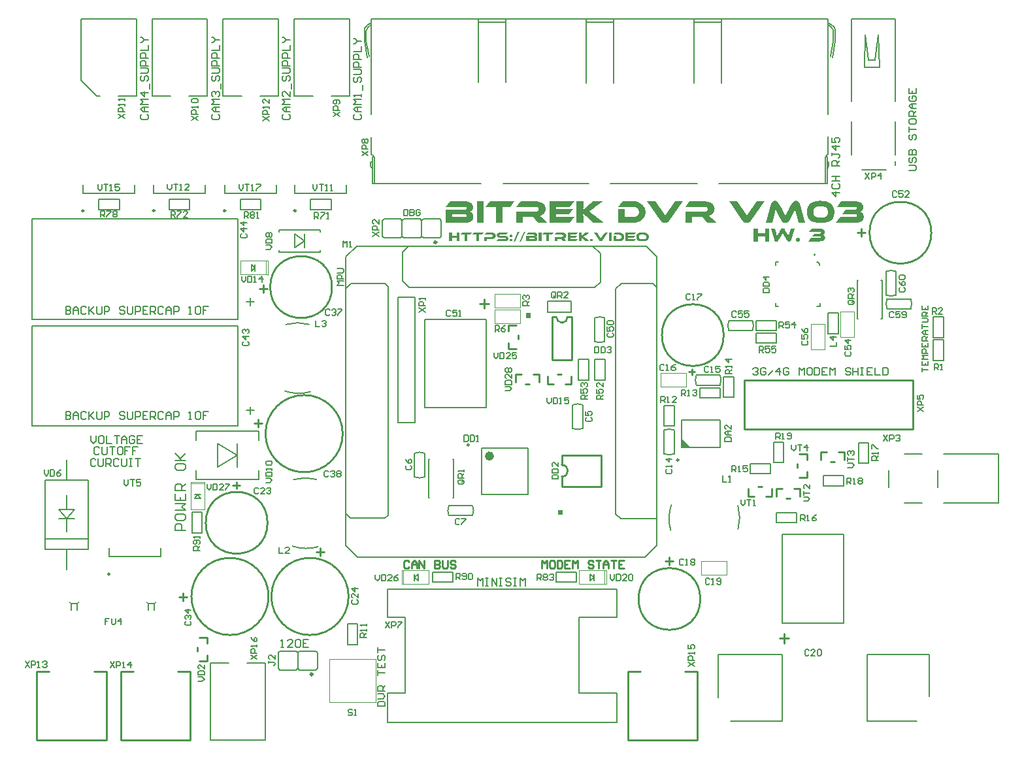
<source format=gto>
G04*
G04 #@! TF.GenerationSoftware,Altium Limited,Altium Designer,19.1.7 (138)*
G04*
G04 Layer_Color=65535*
%FSLAX24Y24*%
%MOIN*%
G70*
G01*
G75*
%ADD10C,0.0079*%
%ADD11C,0.0071*%
%ADD12C,0.0098*%
%ADD13C,0.0100*%
%ADD14C,0.0236*%
%ADD15C,0.0118*%
%ADD16C,0.0070*%
%ADD17C,0.0039*%
%ADD18C,0.0050*%
G36*
X34417Y17068D02*
Y17318D01*
X34167D01*
Y17068D01*
X34417D01*
D02*
G37*
G36*
X32522Y27116D02*
X32772D01*
Y27366D01*
X32522D01*
Y27116D01*
D02*
G37*
G36*
X29154Y31033D02*
X29019D01*
Y31203D01*
X28758D01*
Y31033D01*
X28621D01*
Y31472D01*
X28758D01*
Y31316D01*
X29019D01*
Y31472D01*
X29154D01*
Y31033D01*
D02*
G37*
G36*
X35592Y31346D02*
X35591Y31345D01*
X35588Y31343D01*
X35584Y31340D01*
X35579Y31336D01*
X35573Y31332D01*
X35566Y31327D01*
X35553Y31317D01*
X35553Y31316D01*
X35550Y31315D01*
X35548Y31313D01*
X35543Y31310D01*
X35534Y31302D01*
X35523Y31295D01*
X35523Y31294D01*
X35521Y31294D01*
X35519Y31292D01*
X35515Y31290D01*
X35508Y31285D01*
X35499Y31279D01*
X35499D01*
X35498Y31278D01*
X35496Y31276D01*
X35493Y31275D01*
X35486Y31270D01*
X35478Y31265D01*
X35479Y31265D01*
X35482Y31263D01*
X35486Y31260D01*
X35491Y31257D01*
X35498Y31251D01*
X35506Y31246D01*
X35515Y31240D01*
X35524Y31232D01*
X35526Y31232D01*
X35529Y31229D01*
X35535Y31224D01*
X35543Y31219D01*
X35553Y31211D01*
X35565Y31201D01*
X35579Y31190D01*
X35594Y31178D01*
X35776Y31033D01*
X35570D01*
X35437Y31149D01*
X35436Y31150D01*
X35432Y31154D01*
X35426Y31159D01*
X35419Y31165D01*
X35410Y31173D01*
X35402Y31180D01*
X35393Y31187D01*
X35386Y31194D01*
X35385Y31195D01*
X35383Y31197D01*
X35379Y31200D01*
X35375Y31204D01*
X35366Y31213D01*
X35357Y31222D01*
Y31222D01*
Y31219D01*
Y31216D01*
X35357Y31213D01*
Y31208D01*
Y31203D01*
Y31191D01*
Y31190D01*
Y31188D01*
Y31185D01*
X35358Y31181D01*
Y31176D01*
Y31171D01*
Y31159D01*
Y31033D01*
X35222D01*
Y31472D01*
X35358D01*
Y31370D01*
Y31370D01*
Y31367D01*
Y31363D01*
Y31358D01*
Y31351D01*
Y31345D01*
X35357Y31330D01*
Y31329D01*
Y31327D01*
Y31323D01*
Y31319D01*
Y31313D01*
X35357Y31307D01*
X35356Y31294D01*
X35357Y31294D01*
X35358Y31296D01*
X35361Y31298D01*
X35365Y31302D01*
X35369Y31306D01*
X35375Y31311D01*
X35387Y31323D01*
X35388Y31324D01*
X35391Y31326D01*
X35394Y31329D01*
X35400Y31335D01*
X35408Y31341D01*
X35416Y31348D01*
X35426Y31356D01*
X35437Y31365D01*
X35563Y31472D01*
X35760D01*
X35592Y31346D01*
D02*
G37*
G36*
X31779Y31364D02*
X31787Y31363D01*
X31795Y31361D01*
X31804Y31358D01*
X31813Y31354D01*
X31821Y31348D01*
X31822Y31348D01*
X31825Y31345D01*
X31827Y31342D01*
X31832Y31336D01*
X31835Y31329D01*
X31839Y31321D01*
X31841Y31313D01*
X31842Y31302D01*
Y31300D01*
Y31297D01*
X31841Y31291D01*
X31839Y31284D01*
X31837Y31276D01*
X31833Y31268D01*
X31828Y31260D01*
X31821Y31254D01*
X31820Y31253D01*
X31817Y31251D01*
X31813Y31249D01*
X31806Y31246D01*
X31799Y31243D01*
X31790Y31240D01*
X31779Y31238D01*
X31768Y31238D01*
X31763D01*
X31757Y31238D01*
X31750Y31240D01*
X31742Y31241D01*
X31733Y31244D01*
X31724Y31249D01*
X31716Y31254D01*
X31715Y31254D01*
X31713Y31257D01*
X31709Y31261D01*
X31706Y31266D01*
X31701Y31273D01*
X31698Y31281D01*
X31696Y31291D01*
X31695Y31302D01*
Y31303D01*
Y31307D01*
X31696Y31312D01*
X31698Y31319D01*
X31700Y31327D01*
X31704Y31334D01*
X31709Y31342D01*
X31716Y31348D01*
X31717Y31349D01*
X31720Y31351D01*
X31724Y31353D01*
X31730Y31357D01*
X31738Y31360D01*
X31747Y31362D01*
X31757Y31364D01*
X31768Y31365D01*
X31774D01*
X31779Y31364D01*
D02*
G37*
G36*
X36438Y31075D02*
X36438Y31074D01*
X36435Y31072D01*
X36433Y31068D01*
X36428Y31064D01*
X36423Y31058D01*
X36417Y31053D01*
X36410Y31047D01*
X36403Y31041D01*
X36402Y31041D01*
X36399Y31039D01*
X36395Y31037D01*
X36389Y31034D01*
X36381Y31031D01*
X36372Y31029D01*
X36362Y31028D01*
X36350Y31027D01*
X36345D01*
X36339Y31028D01*
X36332Y31028D01*
X36324Y31030D01*
X36315Y31033D01*
X36306Y31036D01*
X36298Y31040D01*
X36298Y31041D01*
X36295Y31042D01*
X36291Y31046D01*
X36287Y31049D01*
X36281Y31055D01*
X36275Y31060D01*
X36270Y31068D01*
X36264Y31075D01*
X35989Y31472D01*
X36156D01*
X36353Y31181D01*
X36559Y31472D01*
X36719D01*
X36438Y31075D01*
D02*
G37*
G36*
X37299Y31472D02*
X37304D01*
X37311Y31471D01*
X37318Y31470D01*
X37335Y31469D01*
X37353Y31466D01*
X37372Y31461D01*
X37390Y31456D01*
X37390D01*
X37392Y31456D01*
X37395Y31455D01*
X37398Y31453D01*
X37402Y31452D01*
X37407Y31450D01*
X37419Y31445D01*
X37432Y31438D01*
X37446Y31431D01*
X37460Y31422D01*
X37474Y31412D01*
X37474D01*
X37475Y31410D01*
X37479Y31407D01*
X37486Y31401D01*
X37493Y31393D01*
X37502Y31383D01*
X37511Y31371D01*
X37520Y31358D01*
X37528Y31343D01*
Y31343D01*
X37529Y31342D01*
X37530Y31340D01*
X37531Y31337D01*
X37533Y31333D01*
X37535Y31329D01*
X37538Y31318D01*
X37541Y31305D01*
X37545Y31290D01*
X37547Y31274D01*
X37548Y31257D01*
Y31256D01*
Y31254D01*
Y31252D01*
Y31249D01*
X37547Y31244D01*
Y31239D01*
X37546Y31227D01*
X37543Y31214D01*
X37539Y31199D01*
X37534Y31184D01*
X37528Y31168D01*
Y31167D01*
X37527Y31166D01*
X37525Y31164D01*
X37524Y31161D01*
X37519Y31153D01*
X37514Y31144D01*
X37506Y31133D01*
X37496Y31120D01*
X37485Y31109D01*
X37473Y31097D01*
X37472D01*
X37471Y31095D01*
X37469Y31094D01*
X37466Y31092D01*
X37459Y31087D01*
X37450Y31080D01*
X37437Y31072D01*
X37423Y31065D01*
X37406Y31057D01*
X37389Y31050D01*
X37388D01*
X37387Y31049D01*
X37384Y31049D01*
X37380Y31047D01*
X37376Y31047D01*
X37371Y31045D01*
X37365Y31044D01*
X37358Y31042D01*
X37342Y31039D01*
X37324Y31036D01*
X37304Y31034D01*
X37283Y31033D01*
X36990D01*
Y31307D01*
X37126D01*
Y31146D01*
X37288D01*
X37294Y31146D01*
X37301D01*
X37309Y31147D01*
X37318Y31149D01*
X37336Y31153D01*
X37337Y31154D01*
X37340Y31154D01*
X37345Y31157D01*
X37350Y31159D01*
X37356Y31162D01*
X37363Y31165D01*
X37377Y31175D01*
X37377Y31176D01*
X37380Y31177D01*
X37382Y31180D01*
X37387Y31184D01*
X37391Y31189D01*
X37396Y31195D01*
X37400Y31201D01*
X37404Y31208D01*
X37404Y31208D01*
X37405Y31211D01*
X37406Y31215D01*
X37409Y31221D01*
X37411Y31227D01*
X37412Y31234D01*
X37413Y31242D01*
X37414Y31251D01*
Y31251D01*
Y31254D01*
X37413Y31259D01*
X37412Y31265D01*
X37412Y31271D01*
X37409Y31278D01*
X37407Y31286D01*
X37404Y31294D01*
X37403Y31294D01*
X37402Y31297D01*
X37400Y31301D01*
X37396Y31305D01*
X37393Y31310D01*
X37388Y31316D01*
X37382Y31322D01*
X37376Y31327D01*
X37375Y31328D01*
X37373Y31329D01*
X37369Y31332D01*
X37364Y31335D01*
X37358Y31339D01*
X37351Y31343D01*
X37343Y31347D01*
X37334Y31350D01*
X37334Y31351D01*
X37330Y31351D01*
X37326Y31353D01*
X37319Y31354D01*
X37312Y31356D01*
X37303Y31356D01*
X37294Y31358D01*
X36990D01*
X37076Y31472D01*
X37294D01*
X37299Y31472D01*
D02*
G37*
G36*
X38037Y31358D02*
X37753D01*
Y31305D01*
X38101D01*
X38022Y31206D01*
X37753D01*
Y31146D01*
X38127D01*
X38039Y31033D01*
X37616D01*
Y31472D01*
X38125D01*
X38037Y31358D01*
D02*
G37*
G36*
X36905Y31033D02*
X36769D01*
Y31472D01*
X36905D01*
Y31033D01*
D02*
G37*
G36*
X35086Y31358D02*
X34802D01*
Y31305D01*
X35150D01*
X35072Y31206D01*
X34802D01*
Y31146D01*
X35176D01*
X35088Y31033D01*
X34665D01*
Y31472D01*
X35174D01*
X35086Y31358D01*
D02*
G37*
G36*
X34387Y31472D02*
X34399Y31471D01*
X34412Y31469D01*
X34426Y31467D01*
X34441Y31465D01*
X34442D01*
X34445Y31464D01*
X34447Y31464D01*
X34455Y31462D01*
X34465Y31459D01*
X34477Y31456D01*
X34488Y31452D01*
X34501Y31447D01*
X34514Y31440D01*
X34515D01*
X34515Y31440D01*
X34520Y31437D01*
X34525Y31433D01*
X34533Y31428D01*
X34542Y31421D01*
X34550Y31413D01*
X34560Y31403D01*
X34568Y31392D01*
X34569Y31391D01*
X34571Y31387D01*
X34575Y31380D01*
X34579Y31372D01*
X34583Y31360D01*
X34586Y31347D01*
X34589Y31332D01*
X34590Y31316D01*
Y31314D01*
Y31311D01*
X34589Y31306D01*
Y31300D01*
X34587Y31292D01*
X34586Y31284D01*
X34585Y31275D01*
X34582Y31266D01*
Y31265D01*
X34580Y31262D01*
X34578Y31258D01*
X34576Y31252D01*
X34572Y31246D01*
X34569Y31239D01*
X34558Y31225D01*
X34558Y31224D01*
X34555Y31222D01*
X34552Y31219D01*
X34548Y31214D01*
X34543Y31210D01*
X34537Y31204D01*
X34530Y31199D01*
X34523Y31194D01*
X34522Y31193D01*
X34519Y31192D01*
X34515Y31189D01*
X34509Y31187D01*
X34501Y31184D01*
X34493Y31181D01*
X34484Y31179D01*
X34474Y31176D01*
X34475Y31176D01*
X34477Y31175D01*
X34479Y31173D01*
X34482Y31171D01*
X34490Y31163D01*
X34499Y31154D01*
X34500Y31154D01*
X34502Y31152D01*
X34505Y31149D01*
X34509Y31145D01*
X34515Y31140D01*
X34521Y31134D01*
X34528Y31127D01*
X34536Y31119D01*
X34617Y31033D01*
X34435D01*
X34337Y31149D01*
X34129D01*
Y31033D01*
X33993D01*
Y31257D01*
X34380D01*
X34386Y31258D01*
X34393Y31259D01*
X34402Y31260D01*
X34410Y31263D01*
X34419Y31266D01*
X34428Y31270D01*
X34429Y31271D01*
X34431Y31273D01*
X34435Y31275D01*
X34439Y31280D01*
X34443Y31285D01*
X34446Y31292D01*
X34449Y31299D01*
X34450Y31307D01*
Y31308D01*
Y31311D01*
X34449Y31316D01*
X34447Y31321D01*
X34445Y31327D01*
X34442Y31334D01*
X34437Y31340D01*
X34430Y31345D01*
X34429Y31345D01*
X34426Y31347D01*
X34422Y31349D01*
X34415Y31351D01*
X34408Y31353D01*
X34399Y31356D01*
X34387Y31357D01*
X34375Y31358D01*
X33993D01*
X34082Y31472D01*
X34378D01*
X34387Y31472D01*
D02*
G37*
G36*
X33865Y31358D02*
X33708D01*
Y31033D01*
X33572D01*
Y31358D01*
X33366D01*
X33454Y31472D01*
X33952D01*
X33865Y31358D01*
D02*
G37*
G36*
X33323Y31033D02*
X33187D01*
Y31472D01*
X33323D01*
Y31033D01*
D02*
G37*
G36*
X32949Y31472D02*
X32958D01*
X32969Y31470D01*
X32981Y31469D01*
X32994Y31467D01*
X33006Y31464D01*
X33007D01*
X33011Y31463D01*
X33017Y31461D01*
X33024Y31458D01*
X33033Y31456D01*
X33042Y31452D01*
X33051Y31447D01*
X33060Y31442D01*
X33061Y31441D01*
X33064Y31439D01*
X33068Y31436D01*
X33073Y31432D01*
X33078Y31426D01*
X33084Y31419D01*
X33090Y31412D01*
X33095Y31404D01*
X33096Y31403D01*
X33097Y31400D01*
X33099Y31395D01*
X33102Y31388D01*
X33104Y31381D01*
X33105Y31372D01*
X33107Y31362D01*
X33108Y31351D01*
Y31350D01*
Y31347D01*
Y31343D01*
X33107Y31339D01*
X33105Y31327D01*
X33102Y31316D01*
Y31315D01*
X33101Y31313D01*
X33100Y31310D01*
X33098Y31307D01*
X33094Y31298D01*
X33089Y31289D01*
Y31289D01*
X33087Y31287D01*
X33084Y31283D01*
X33077Y31276D01*
X33070Y31270D01*
X33069D01*
X33067Y31269D01*
X33065Y31268D01*
X33063Y31266D01*
X33056Y31262D01*
X33048Y31259D01*
X33049Y31258D01*
X33053Y31257D01*
X33058Y31254D01*
X33065Y31251D01*
X33072Y31247D01*
X33080Y31241D01*
X33088Y31234D01*
X33096Y31225D01*
X33097Y31224D01*
X33099Y31221D01*
X33102Y31215D01*
X33106Y31208D01*
X33110Y31199D01*
X33113Y31188D01*
X33116Y31175D01*
X33116Y31161D01*
Y31160D01*
Y31157D01*
X33116Y31151D01*
Y31144D01*
X33114Y31136D01*
X33113Y31128D01*
X33110Y31119D01*
X33108Y31110D01*
Y31109D01*
X33106Y31106D01*
X33104Y31102D01*
X33101Y31096D01*
X33097Y31090D01*
X33092Y31083D01*
X33086Y31076D01*
X33079Y31070D01*
X33078Y31069D01*
X33076Y31067D01*
X33071Y31064D01*
X33065Y31060D01*
X33057Y31056D01*
X33048Y31052D01*
X33037Y31047D01*
X33024Y31043D01*
X33024D01*
X33023Y31042D01*
X33021D01*
X33019Y31041D01*
X33011Y31040D01*
X33001Y31039D01*
X32988Y31036D01*
X32973Y31035D01*
X32957Y31034D01*
X32938Y31033D01*
X32552D01*
Y31300D01*
X32946D01*
X32949Y31301D01*
X32958Y31302D01*
X32967Y31306D01*
X32968D01*
X32969Y31308D01*
X32971Y31309D01*
X32973Y31311D01*
X32975Y31315D01*
X32977Y31319D01*
X32978Y31324D01*
X32979Y31329D01*
Y31330D01*
Y31332D01*
X32978Y31335D01*
X32977Y31339D01*
X32976Y31343D01*
X32973Y31346D01*
X32971Y31349D01*
X32967Y31352D01*
X32966D01*
X32965Y31353D01*
X32963Y31354D01*
X32960Y31355D01*
X32951Y31357D01*
X32941Y31358D01*
X32552D01*
X32644Y31472D01*
X32941D01*
X32949Y31472D01*
D02*
G37*
G36*
X31531Y31358D02*
X31219D01*
X31214Y31357D01*
X31202Y31355D01*
X31197Y31353D01*
X31192Y31351D01*
X31191D01*
X31190Y31350D01*
X31188Y31348D01*
X31187Y31346D01*
X31184Y31343D01*
X31182Y31339D01*
X31182Y31334D01*
X31181Y31328D01*
Y31327D01*
Y31325D01*
X31182Y31322D01*
X31182Y31319D01*
X31184Y31314D01*
X31185Y31310D01*
X31188Y31306D01*
X31192Y31303D01*
X31193D01*
X31194Y31302D01*
X31197Y31301D01*
X31201Y31300D01*
X31206Y31299D01*
X31211Y31297D01*
X31219Y31297D01*
X31474D01*
X31479Y31296D01*
X31486D01*
X31494Y31295D01*
X31502Y31294D01*
X31512Y31293D01*
X31531Y31289D01*
X31552Y31284D01*
X31571Y31277D01*
X31580Y31272D01*
X31588Y31267D01*
X31589D01*
X31591Y31265D01*
X31592Y31264D01*
X31595Y31261D01*
X31601Y31254D01*
X31609Y31244D01*
X31618Y31232D01*
X31624Y31216D01*
X31627Y31208D01*
X31629Y31198D01*
X31630Y31188D01*
X31631Y31177D01*
Y31176D01*
Y31171D01*
X31630Y31165D01*
X31629Y31157D01*
X31628Y31148D01*
X31626Y31138D01*
X31623Y31127D01*
X31620Y31117D01*
X31619Y31115D01*
X31618Y31112D01*
X31615Y31107D01*
X31612Y31101D01*
X31607Y31094D01*
X31601Y31086D01*
X31594Y31079D01*
X31586Y31071D01*
X31585Y31071D01*
X31582Y31068D01*
X31577Y31065D01*
X31570Y31061D01*
X31562Y31057D01*
X31552Y31052D01*
X31541Y31047D01*
X31528Y31043D01*
X31527D01*
X31526Y31042D01*
X31524D01*
X31521Y31041D01*
X31514Y31040D01*
X31504Y31039D01*
X31491Y31036D01*
X31477Y31035D01*
X31461Y31034D01*
X31443Y31033D01*
X31034D01*
X31121Y31146D01*
X31457D01*
X31462Y31146D01*
X31467D01*
X31478Y31149D01*
X31484Y31151D01*
X31488Y31153D01*
X31489Y31154D01*
X31490Y31154D01*
X31492Y31157D01*
X31494Y31159D01*
X31496Y31163D01*
X31498Y31167D01*
X31499Y31172D01*
X31499Y31178D01*
Y31179D01*
Y31181D01*
X31499Y31184D01*
X31498Y31187D01*
X31496Y31192D01*
X31495Y31196D01*
X31492Y31200D01*
X31488Y31203D01*
X31488D01*
X31486Y31204D01*
X31483Y31205D01*
X31480Y31206D01*
X31475Y31208D01*
X31469Y31208D01*
X31462Y31210D01*
X31207D01*
X31199Y31211D01*
X31189Y31211D01*
X31177Y31212D01*
X31166Y31214D01*
X31152Y31216D01*
X31141Y31219D01*
X31139Y31219D01*
X31136Y31220D01*
X31130Y31222D01*
X31123Y31225D01*
X31114Y31229D01*
X31106Y31233D01*
X31098Y31238D01*
X31090Y31244D01*
X31089Y31245D01*
X31086Y31247D01*
X31082Y31251D01*
X31078Y31256D01*
X31073Y31262D01*
X31069Y31268D01*
X31063Y31275D01*
X31059Y31284D01*
X31058Y31285D01*
X31058Y31289D01*
X31056Y31293D01*
X31055Y31300D01*
X31053Y31307D01*
X31051Y31316D01*
X31050Y31325D01*
X31050Y31335D01*
Y31336D01*
Y31337D01*
Y31340D01*
X31050Y31346D01*
X31051Y31354D01*
X31052Y31363D01*
X31054Y31372D01*
X31056Y31382D01*
X31060Y31391D01*
X31061Y31393D01*
X31062Y31396D01*
X31064Y31400D01*
X31068Y31407D01*
X31073Y31413D01*
X31079Y31421D01*
X31085Y31428D01*
X31093Y31434D01*
X31095Y31435D01*
X31098Y31437D01*
X31103Y31441D01*
X31109Y31445D01*
X31118Y31449D01*
X31128Y31454D01*
X31139Y31458D01*
X31152Y31462D01*
X31153D01*
X31154Y31463D01*
X31156D01*
X31159Y31464D01*
X31166Y31465D01*
X31176Y31467D01*
X31189Y31469D01*
X31203Y31471D01*
X31219Y31472D01*
X31238Y31472D01*
X31619D01*
X31531Y31358D01*
D02*
G37*
G36*
X30794Y31472D02*
X30806Y31471D01*
X30820Y31469D01*
X30835Y31467D01*
X30851Y31464D01*
X30867Y31460D01*
X30867D01*
X30868Y31459D01*
X30870Y31458D01*
X30873Y31458D01*
X30880Y31455D01*
X30890Y31451D01*
X30901Y31446D01*
X30912Y31440D01*
X30923Y31434D01*
X30934Y31426D01*
X30935Y31425D01*
X30938Y31422D01*
X30943Y31418D01*
X30950Y31411D01*
X30956Y31404D01*
X30964Y31395D01*
X30970Y31385D01*
X30976Y31374D01*
X30977Y31372D01*
X30978Y31369D01*
X30980Y31362D01*
X30983Y31354D01*
X30986Y31345D01*
X30988Y31333D01*
X30990Y31321D01*
X30991Y31308D01*
Y31307D01*
Y31306D01*
Y31304D01*
Y31301D01*
X30990Y31294D01*
X30989Y31285D01*
X30987Y31275D01*
X30985Y31264D01*
X30981Y31252D01*
X30976Y31240D01*
X30975Y31239D01*
X30973Y31235D01*
X30970Y31230D01*
X30965Y31223D01*
X30959Y31215D01*
X30952Y31206D01*
X30943Y31197D01*
X30934Y31189D01*
X30932Y31189D01*
X30929Y31186D01*
X30923Y31182D01*
X30915Y31178D01*
X30905Y31173D01*
X30894Y31167D01*
X30880Y31162D01*
X30866Y31157D01*
X30865D01*
X30864Y31156D01*
X30862D01*
X30859Y31155D01*
X30855Y31154D01*
X30851Y31153D01*
X30840Y31151D01*
X30826Y31149D01*
X30810Y31147D01*
X30794Y31146D01*
X30775Y31145D01*
X30545D01*
Y31033D01*
X30410D01*
Y31257D01*
X30793D01*
X30799Y31258D01*
X30806Y31259D01*
X30813Y31261D01*
X30821Y31263D01*
X30829Y31267D01*
X30837Y31271D01*
X30837Y31272D01*
X30840Y31274D01*
X30843Y31277D01*
X30845Y31281D01*
X30848Y31286D01*
X30851Y31293D01*
X30854Y31300D01*
X30854Y31308D01*
Y31309D01*
Y31312D01*
X30854Y31316D01*
X30852Y31321D01*
X30850Y31327D01*
X30847Y31333D01*
X30843Y31339D01*
X30837Y31344D01*
X30836Y31345D01*
X30834Y31346D01*
X30829Y31348D01*
X30824Y31351D01*
X30817Y31353D01*
X30809Y31356D01*
X30799Y31357D01*
X30788Y31358D01*
X30410D01*
X30500Y31472D01*
X30789D01*
X30794Y31472D01*
D02*
G37*
G36*
X30282Y31358D02*
X30125D01*
Y31033D01*
X29989D01*
Y31358D01*
X29783D01*
X29871Y31472D01*
X30369D01*
X30282Y31358D01*
D02*
G37*
G36*
X29695D02*
X29538D01*
Y31033D01*
X29402D01*
Y31358D01*
X29197D01*
X29284Y31472D01*
X29783D01*
X29695Y31358D01*
D02*
G37*
G36*
X38506Y31479D02*
X38519Y31478D01*
X38534Y31477D01*
X38552Y31475D01*
X38570Y31473D01*
X38589Y31470D01*
X38609Y31466D01*
X38629Y31462D01*
X38649Y31456D01*
X38668Y31450D01*
X38687Y31443D01*
X38704Y31434D01*
X38720Y31425D01*
X38721Y31424D01*
X38724Y31422D01*
X38727Y31419D01*
X38733Y31415D01*
X38739Y31409D01*
X38746Y31402D01*
X38753Y31393D01*
X38761Y31383D01*
X38768Y31372D01*
X38776Y31359D01*
X38782Y31345D01*
X38789Y31329D01*
X38794Y31313D01*
X38797Y31294D01*
X38800Y31274D01*
X38801Y31253D01*
Y31251D01*
Y31248D01*
X38800Y31242D01*
X38800Y31234D01*
X38799Y31224D01*
X38797Y31213D01*
X38795Y31200D01*
X38791Y31187D01*
X38786Y31173D01*
X38781Y31159D01*
X38775Y31145D01*
X38768Y31130D01*
X38758Y31117D01*
X38747Y31103D01*
X38735Y31092D01*
X38721Y31081D01*
X38720Y31080D01*
X38717Y31079D01*
X38712Y31076D01*
X38706Y31072D01*
X38698Y31068D01*
X38687Y31064D01*
X38675Y31059D01*
X38660Y31054D01*
X38644Y31049D01*
X38627Y31044D01*
X38607Y31039D01*
X38585Y31036D01*
X38562Y31032D01*
X38536Y31029D01*
X38509Y31028D01*
X38480Y31027D01*
X38469D01*
X38464Y31028D01*
X38453D01*
X38439Y31028D01*
X38424Y31030D01*
X38407Y31031D01*
X38389Y31033D01*
X38370Y31036D01*
X38350Y31040D01*
X38330Y31044D01*
X38310Y31049D01*
X38290Y31056D01*
X38272Y31063D01*
X38254Y31071D01*
X38238Y31081D01*
X38238Y31082D01*
X38235Y31084D01*
X38231Y31087D01*
X38226Y31091D01*
X38220Y31097D01*
X38214Y31104D01*
X38206Y31113D01*
X38199Y31122D01*
X38191Y31134D01*
X38184Y31146D01*
X38177Y31161D01*
X38171Y31176D01*
X38166Y31193D01*
X38162Y31211D01*
X38160Y31232D01*
X38159Y31253D01*
Y31254D01*
Y31258D01*
X38160Y31264D01*
X38160Y31272D01*
X38161Y31282D01*
X38163Y31293D01*
X38165Y31305D01*
X38169Y31319D01*
X38173Y31332D01*
X38179Y31346D01*
X38185Y31361D01*
X38192Y31375D01*
X38202Y31388D01*
X38213Y31402D01*
X38225Y31414D01*
X38239Y31425D01*
X38240Y31426D01*
X38243Y31427D01*
X38248Y31430D01*
X38254Y31434D01*
X38262Y31437D01*
X38273Y31442D01*
X38285Y31448D01*
X38300Y31453D01*
X38315Y31458D01*
X38333Y31462D01*
X38353Y31467D01*
X38375Y31471D01*
X38398Y31475D01*
X38423Y31477D01*
X38450Y31479D01*
X38480Y31480D01*
X38495D01*
X38506Y31479D01*
D02*
G37*
G36*
X35891Y31152D02*
X35898Y31151D01*
X35907Y31149D01*
X35916Y31146D01*
X35924Y31142D01*
X35932Y31136D01*
X35933Y31136D01*
X35936Y31133D01*
X35940Y31130D01*
X35943Y31124D01*
X35948Y31117D01*
X35951Y31109D01*
X35954Y31100D01*
X35954Y31089D01*
Y31087D01*
Y31084D01*
X35953Y31079D01*
X35951Y31072D01*
X35949Y31065D01*
X35945Y31057D01*
X35940Y31049D01*
X35932Y31043D01*
X35932Y31042D01*
X35929Y31041D01*
X35924Y31038D01*
X35918Y31035D01*
X35911Y31032D01*
X35901Y31029D01*
X35891Y31028D01*
X35880Y31027D01*
X35875D01*
X35869Y31028D01*
X35862Y31029D01*
X35854Y31031D01*
X35845Y31033D01*
X35836Y31038D01*
X35827Y31043D01*
X35827Y31044D01*
X35825Y31046D01*
X35821Y31049D01*
X35817Y31055D01*
X35813Y31061D01*
X35810Y31069D01*
X35807Y31079D01*
X35806Y31089D01*
Y31090D01*
Y31094D01*
X35808Y31100D01*
X35809Y31106D01*
X35811Y31114D01*
X35815Y31122D01*
X35820Y31130D01*
X35827Y31136D01*
X35828Y31137D01*
X35831Y31139D01*
X35836Y31141D01*
X35842Y31145D01*
X35850Y31148D01*
X35859Y31150D01*
X35869Y31152D01*
X35880Y31153D01*
X35885D01*
X35891Y31152D01*
D02*
G37*
G36*
X31779D02*
X31787Y31151D01*
X31795Y31149D01*
X31804Y31146D01*
X31813Y31142D01*
X31821Y31136D01*
X31822Y31136D01*
X31825Y31133D01*
X31827Y31130D01*
X31832Y31124D01*
X31835Y31117D01*
X31839Y31109D01*
X31841Y31100D01*
X31842Y31089D01*
Y31087D01*
Y31084D01*
X31841Y31079D01*
X31839Y31072D01*
X31837Y31065D01*
X31833Y31057D01*
X31828Y31049D01*
X31821Y31043D01*
X31820Y31042D01*
X31817Y31041D01*
X31813Y31038D01*
X31806Y31035D01*
X31799Y31032D01*
X31790Y31029D01*
X31779Y31028D01*
X31768Y31027D01*
X31763D01*
X31757Y31028D01*
X31750Y31029D01*
X31742Y31031D01*
X31733Y31033D01*
X31724Y31038D01*
X31716Y31043D01*
X31715Y31044D01*
X31713Y31046D01*
X31709Y31049D01*
X31706Y31055D01*
X31701Y31061D01*
X31698Y31069D01*
X31696Y31079D01*
X31695Y31089D01*
Y31090D01*
Y31094D01*
X31696Y31100D01*
X31698Y31106D01*
X31700Y31114D01*
X31704Y31122D01*
X31709Y31130D01*
X31716Y31136D01*
X31717Y31137D01*
X31720Y31139D01*
X31724Y31141D01*
X31730Y31145D01*
X31738Y31148D01*
X31747Y31150D01*
X31757Y31152D01*
X31768Y31153D01*
X31774D01*
X31779Y31152D01*
D02*
G37*
G36*
X32286Y31009D02*
X32201D01*
X32431Y31496D01*
X32511D01*
X32286Y31009D01*
D02*
G37*
G36*
X31976D02*
X31892D01*
X32121Y31496D01*
X32201D01*
X31976Y31009D01*
D02*
G37*
G36*
X44951Y31024D02*
X44749D01*
Y31277D01*
X44357D01*
Y31024D01*
X44152D01*
Y31682D01*
X44357D01*
Y31448D01*
X44749D01*
Y31682D01*
X44951D01*
Y31024D01*
D02*
G37*
G36*
X45656Y31691D02*
X45668Y31689D01*
X45671D01*
X45678Y31687D01*
X45687Y31684D01*
X45698Y31679D01*
X45699D01*
X45700Y31678D01*
X45708Y31674D01*
X45717Y31667D01*
X45726Y31658D01*
X45727Y31656D01*
X45729Y31655D01*
X45731Y31652D01*
X45735Y31648D01*
X45738Y31642D01*
X45743Y31635D01*
X45748Y31627D01*
X45753Y31618D01*
X45840Y31452D01*
X45841Y31451D01*
X45843Y31447D01*
X45847Y31440D01*
X45851Y31431D01*
X45856Y31421D01*
X45861Y31412D01*
X45872Y31391D01*
X45873Y31390D01*
X45874Y31386D01*
X45877Y31382D01*
X45880Y31376D01*
X45888Y31360D01*
X45897Y31344D01*
Y31343D01*
X45899Y31341D01*
X45901Y31336D01*
X45903Y31332D01*
X45909Y31319D01*
X45915Y31306D01*
Y31305D01*
X45917Y31302D01*
X45919Y31299D01*
X45921Y31295D01*
X45926Y31284D01*
X45932Y31271D01*
Y31273D01*
X45933Y31277D01*
X45935Y31286D01*
X45937Y31296D01*
X45939Y31308D01*
X45943Y31322D01*
X45946Y31337D01*
X45950Y31354D01*
X45952Y31356D01*
X45953Y31361D01*
X45955Y31370D01*
X45958Y31382D01*
X45962Y31397D01*
X45967Y31414D01*
X45972Y31432D01*
X45978Y31452D01*
X46039Y31682D01*
X46238D01*
X46067Y31102D01*
X46066Y31100D01*
X46065Y31095D01*
X46062Y31087D01*
X46056Y31077D01*
X46051Y31065D01*
X46043Y31054D01*
X46034Y31043D01*
X46023Y31035D01*
X46021Y31033D01*
X46017Y31031D01*
X46011Y31028D01*
X46003Y31025D01*
X45992Y31020D01*
X45981Y31017D01*
X45968Y31015D01*
X45954Y31014D01*
X45947D01*
X45939Y31015D01*
X45931Y31016D01*
X45920Y31018D01*
X45909Y31021D01*
X45898Y31026D01*
X45887Y31031D01*
X45886Y31032D01*
X45883Y31035D01*
X45877Y31039D01*
X45872Y31044D01*
X45864Y31052D01*
X45856Y31061D01*
X45849Y31071D01*
X45841Y31083D01*
X45736Y31268D01*
X45735Y31271D01*
X45733Y31275D01*
X45729Y31282D01*
X45723Y31291D01*
X45718Y31301D01*
X45711Y31313D01*
X45699Y31335D01*
X45698Y31336D01*
X45697Y31341D01*
X45694Y31346D01*
X45690Y31353D01*
X45680Y31370D01*
X45671Y31388D01*
X45670Y31389D01*
X45668Y31392D01*
X45666Y31396D01*
X45663Y31402D01*
X45655Y31415D01*
X45648Y31429D01*
Y31430D01*
X45647Y31432D01*
X45644Y31436D01*
X45642Y31441D01*
X45637Y31453D01*
X45630Y31466D01*
Y31465D01*
X45629Y31463D01*
X45627Y31460D01*
X45625Y31454D01*
X45619Y31443D01*
X45613Y31429D01*
Y31428D01*
X45612Y31426D01*
X45609Y31423D01*
X45607Y31417D01*
X45600Y31404D01*
X45591Y31388D01*
Y31386D01*
X45589Y31383D01*
X45586Y31379D01*
X45583Y31372D01*
X45579Y31365D01*
X45573Y31356D01*
X45562Y31336D01*
X45561Y31335D01*
X45560Y31331D01*
X45557Y31325D01*
X45553Y31318D01*
X45547Y31308D01*
X45541Y31296D01*
X45534Y31284D01*
X45526Y31270D01*
X45420Y31083D01*
X45419Y31082D01*
X45417Y31077D01*
X45414Y31072D01*
X45408Y31064D01*
X45402Y31056D01*
X45394Y31048D01*
X45385Y31040D01*
X45376Y31032D01*
X45374Y31031D01*
X45371Y31029D01*
X45365Y31027D01*
X45357Y31024D01*
X45348Y31019D01*
X45336Y31017D01*
X45323Y31015D01*
X45309Y31014D01*
X45302D01*
X45295Y31015D01*
X45286Y31016D01*
X45275Y31019D01*
X45263Y31023D01*
X45251Y31028D01*
X45239Y31035D01*
X45238Y31036D01*
X45233Y31039D01*
X45228Y31044D01*
X45221Y31051D01*
X45215Y31061D01*
X45207Y31073D01*
X45201Y31086D01*
X45194Y31102D01*
X45027Y31682D01*
X45231D01*
X45292Y31452D01*
Y31451D01*
X45294Y31450D01*
Y31447D01*
X45296Y31442D01*
X45298Y31432D01*
X45302Y31419D01*
X45306Y31404D01*
X45310Y31388D01*
X45314Y31370D01*
X45319Y31354D01*
Y31352D01*
X45321Y31346D01*
X45323Y31338D01*
X45325Y31327D01*
X45329Y31314D01*
X45331Y31301D01*
X45337Y31271D01*
X45338Y31272D01*
X45341Y31277D01*
X45343Y31284D01*
X45347Y31294D01*
X45353Y31305D01*
X45359Y31318D01*
X45366Y31332D01*
X45373Y31347D01*
X45374Y31349D01*
X45378Y31355D01*
X45382Y31364D01*
X45389Y31376D01*
X45396Y31391D01*
X45406Y31409D01*
X45417Y31430D01*
X45429Y31453D01*
X45518Y31618D01*
X45519Y31619D01*
X45520Y31623D01*
X45522Y31627D01*
X45525Y31632D01*
X45534Y31646D01*
X45543Y31658D01*
X45544Y31659D01*
X45545Y31660D01*
X45551Y31665D01*
X45560Y31673D01*
X45570Y31679D01*
X45571D01*
X45572Y31681D01*
X45580Y31684D01*
X45590Y31687D01*
X45601Y31689D01*
X45602D01*
X45603Y31690D01*
X45606D01*
X45611Y31691D01*
X45621Y31693D01*
X45645D01*
X45656Y31691D01*
D02*
G37*
G36*
X47539Y31681D02*
X47554D01*
X47570Y31678D01*
X47588Y31676D01*
X47606Y31674D01*
X47625Y31670D01*
X47627D01*
X47633Y31667D01*
X47642Y31665D01*
X47653Y31661D01*
X47666Y31656D01*
X47680Y31651D01*
X47694Y31643D01*
X47707Y31636D01*
X47708Y31635D01*
X47712Y31631D01*
X47719Y31627D01*
X47727Y31620D01*
X47734Y31612D01*
X47743Y31602D01*
X47751Y31591D01*
X47758Y31579D01*
X47759Y31578D01*
X47762Y31573D01*
X47764Y31566D01*
X47768Y31556D01*
X47771Y31545D01*
X47774Y31531D01*
X47776Y31515D01*
X47777Y31499D01*
Y31498D01*
Y31494D01*
Y31488D01*
X47776Y31482D01*
X47774Y31464D01*
X47769Y31447D01*
Y31446D01*
X47768Y31443D01*
X47766Y31439D01*
X47764Y31433D01*
X47757Y31420D01*
X47748Y31407D01*
Y31406D01*
X47746Y31404D01*
X47741Y31397D01*
X47731Y31388D01*
X47720Y31379D01*
X47719D01*
X47717Y31377D01*
X47713Y31376D01*
X47710Y31372D01*
X47699Y31367D01*
X47687Y31361D01*
X47689Y31360D01*
X47695Y31359D01*
X47703Y31355D01*
X47712Y31350D01*
X47724Y31344D01*
X47736Y31335D01*
X47748Y31324D01*
X47760Y31311D01*
X47762Y31309D01*
X47765Y31305D01*
X47770Y31296D01*
X47776Y31285D01*
X47781Y31272D01*
X47787Y31255D01*
X47790Y31236D01*
X47791Y31215D01*
Y31213D01*
Y31208D01*
X47790Y31200D01*
Y31190D01*
X47788Y31178D01*
X47786Y31165D01*
X47782Y31151D01*
X47778Y31138D01*
X47777Y31137D01*
X47776Y31133D01*
X47772Y31126D01*
X47768Y31118D01*
X47762Y31109D01*
X47754Y31098D01*
X47745Y31088D01*
X47734Y31078D01*
X47733Y31077D01*
X47729Y31074D01*
X47722Y31070D01*
X47712Y31064D01*
X47700Y31058D01*
X47687Y31051D01*
X47671Y31044D01*
X47652Y31038D01*
X47651D01*
X47650Y31037D01*
X47647D01*
X47643Y31036D01*
X47631Y31033D01*
X47617Y31031D01*
X47599Y31028D01*
X47576Y31026D01*
X47551Y31025D01*
X47523Y31024D01*
X46944D01*
X47073Y31192D01*
X47530D01*
X47535Y31193D01*
X47543D01*
X47558Y31197D01*
X47565Y31200D01*
X47571Y31204D01*
X47572Y31205D01*
X47574Y31206D01*
X47576Y31209D01*
X47579Y31213D01*
X47584Y31224D01*
X47586Y31231D01*
X47587Y31239D01*
Y31240D01*
Y31242D01*
X47586Y31247D01*
X47584Y31251D01*
X47580Y31261D01*
X47577Y31266D01*
X47571Y31271D01*
X47570Y31272D01*
X47569Y31273D01*
X47565Y31275D01*
X47560Y31277D01*
X47554Y31279D01*
X47545Y31280D01*
X47535Y31283D01*
X47130D01*
X47235Y31424D01*
X47535D01*
X47541Y31425D01*
X47554Y31427D01*
X47567Y31432D01*
X47568D01*
X47570Y31435D01*
X47572Y31437D01*
X47576Y31440D01*
X47579Y31446D01*
X47582Y31451D01*
X47583Y31459D01*
X47584Y31467D01*
Y31468D01*
Y31472D01*
X47583Y31476D01*
X47582Y31482D01*
X47580Y31487D01*
X47577Y31493D01*
X47572Y31497D01*
X47566Y31501D01*
X47565D01*
X47563Y31502D01*
X47559Y31505D01*
X47555Y31506D01*
X47542Y31509D01*
X47527Y31510D01*
X46976D01*
X47107Y31682D01*
X47528D01*
X47539Y31681D01*
D02*
G37*
G36*
X46422Y31202D02*
X46432Y31200D01*
X46446Y31196D01*
X46459Y31192D01*
X46472Y31186D01*
X46484Y31178D01*
X46485Y31177D01*
X46489Y31173D01*
X46495Y31168D01*
X46500Y31159D01*
X46507Y31149D01*
X46511Y31137D01*
X46516Y31123D01*
X46517Y31107D01*
Y31105D01*
Y31099D01*
X46514Y31091D01*
X46512Y31082D01*
X46509Y31071D01*
X46502Y31059D01*
X46495Y31048D01*
X46484Y31038D01*
X46483Y31037D01*
X46478Y31035D01*
X46472Y31030D01*
X46462Y31026D01*
X46451Y31021D01*
X46437Y31017D01*
X46422Y31015D01*
X46405Y31014D01*
X46397D01*
X46389Y31015D01*
X46378Y31017D01*
X46366Y31019D01*
X46353Y31024D01*
X46340Y31030D01*
X46326Y31038D01*
X46325Y31039D01*
X46322Y31042D01*
X46317Y31048D01*
X46311Y31055D01*
X46305Y31065D01*
X46300Y31077D01*
X46296Y31091D01*
X46295Y31107D01*
Y31109D01*
Y31114D01*
X46297Y31123D01*
X46299Y31133D01*
X46302Y31144D01*
X46308Y31156D01*
X46315Y31168D01*
X46326Y31178D01*
X46328Y31179D01*
X46332Y31182D01*
X46340Y31185D01*
X46348Y31191D01*
X46360Y31195D01*
X46373Y31198D01*
X46389Y31202D01*
X46405Y31203D01*
X46413D01*
X46422Y31202D01*
D02*
G37*
G36*
X36041Y32760D02*
X36039Y32758D01*
X36032Y32753D01*
X36021Y32745D01*
X36008Y32734D01*
X35993Y32724D01*
X35977Y32711D01*
X35944Y32687D01*
X35942Y32685D01*
X35937Y32682D01*
X35930Y32676D01*
X35919Y32669D01*
X35895Y32651D01*
X35870Y32632D01*
X35868Y32631D01*
X35864Y32629D01*
X35859Y32625D01*
X35849Y32620D01*
X35831Y32607D01*
X35809Y32592D01*
X35808D01*
X35806Y32589D01*
X35800Y32585D01*
X35793Y32581D01*
X35777Y32571D01*
X35757Y32558D01*
X35758Y32556D01*
X35766Y32552D01*
X35775Y32545D01*
X35789Y32536D01*
X35806Y32523D01*
X35826Y32509D01*
X35848Y32494D01*
X35871Y32476D01*
X35875Y32474D01*
X35884Y32467D01*
X35899Y32456D01*
X35919Y32441D01*
X35944Y32421D01*
X35973Y32397D01*
X36008Y32370D01*
X36046Y32339D01*
X36500Y31978D01*
X35986D01*
X35655Y32266D01*
X35651Y32270D01*
X35640Y32279D01*
X35625Y32292D01*
X35607Y32308D01*
X35585Y32326D01*
X35565Y32345D01*
X35543Y32363D01*
X35525Y32379D01*
X35523Y32381D01*
X35518Y32386D01*
X35509Y32394D01*
X35500Y32405D01*
X35476Y32427D01*
X35452Y32450D01*
Y32448D01*
Y32443D01*
Y32436D01*
X35454Y32427D01*
Y32414D01*
Y32401D01*
Y32372D01*
Y32370D01*
Y32365D01*
Y32357D01*
X35456Y32346D01*
Y32335D01*
Y32321D01*
Y32292D01*
Y31978D01*
X35115D01*
Y33075D01*
X35456D01*
Y32820D01*
Y32818D01*
Y32811D01*
Y32802D01*
Y32789D01*
Y32773D01*
Y32756D01*
X35454Y32720D01*
Y32718D01*
Y32711D01*
Y32702D01*
Y32691D01*
Y32676D01*
X35452Y32662D01*
X35450Y32629D01*
X35452Y32631D01*
X35456Y32634D01*
X35463Y32640D01*
X35472Y32649D01*
X35483Y32660D01*
X35498Y32673D01*
X35529Y32702D01*
X35531Y32703D01*
X35538Y32709D01*
X35547Y32718D01*
X35562Y32731D01*
X35580Y32747D01*
X35602Y32765D01*
X35625Y32785D01*
X35653Y32807D01*
X35968Y33075D01*
X36460D01*
X36041Y32760D01*
D02*
G37*
G36*
X44012Y32082D02*
X44010Y32080D01*
X44005Y32075D01*
X43997Y32066D01*
X43987Y32055D01*
X43974Y32040D01*
X43959Y32028D01*
X43941Y32013D01*
X43923Y31998D01*
X43921Y31997D01*
X43914Y31993D01*
X43903Y31987D01*
X43888Y31980D01*
X43868Y31973D01*
X43846Y31967D01*
X43821Y31964D01*
X43792Y31962D01*
X43779D01*
X43764Y31964D01*
X43746Y31966D01*
X43726Y31969D01*
X43704Y31977D01*
X43682Y31984D01*
X43662Y31995D01*
X43660Y31997D01*
X43653Y32000D01*
X43644Y32009D01*
X43633Y32018D01*
X43618Y32031D01*
X43604Y32046D01*
X43591Y32064D01*
X43577Y32082D01*
X42888Y33075D01*
X43305D01*
X43799Y32346D01*
X44314Y33075D01*
X44714D01*
X44012Y32082D01*
D02*
G37*
G36*
X39845D02*
X39843Y32080D01*
X39838Y32075D01*
X39831Y32066D01*
X39820Y32055D01*
X39807Y32040D01*
X39792Y32028D01*
X39774Y32013D01*
X39756Y31998D01*
X39754Y31997D01*
X39747Y31993D01*
X39736Y31987D01*
X39721Y31980D01*
X39701Y31973D01*
X39679Y31967D01*
X39654Y31964D01*
X39625Y31962D01*
X39612D01*
X39597Y31964D01*
X39579Y31966D01*
X39559Y31969D01*
X39537Y31977D01*
X39515Y31984D01*
X39495Y31995D01*
X39493Y31997D01*
X39486Y32000D01*
X39477Y32009D01*
X39466Y32018D01*
X39452Y32031D01*
X39437Y32046D01*
X39424Y32064D01*
X39410Y32082D01*
X38721Y33075D01*
X39138D01*
X39632Y32346D01*
X40148Y33075D01*
X40547D01*
X39845Y32082D01*
D02*
G37*
G36*
X46330Y33092D02*
X46346Y33088D01*
X46362Y33084D01*
X46382Y33077D01*
X46403Y33068D01*
X46423Y33055D01*
X46424Y33053D01*
X46432Y33048D01*
X46441Y33039D01*
X46452Y33028D01*
X46463Y33011D01*
X46475Y32991D01*
X46488Y32970D01*
X46497Y32942D01*
X46774Y31978D01*
X46437D01*
X46333Y32359D01*
Y32361D01*
X46331Y32363D01*
Y32368D01*
X46330Y32376D01*
X46324Y32392D01*
X46317Y32416D01*
X46310Y32441D01*
X46302Y32468D01*
X46295Y32496D01*
X46288Y32523D01*
Y32527D01*
X46286Y32536D01*
X46282Y32549D01*
X46279Y32567D01*
X46273Y32589D01*
X46268Y32612D01*
X46257Y32662D01*
X46255Y32660D01*
X46251Y32651D01*
X46246Y32640D01*
X46239Y32623D01*
X46229Y32605D01*
X46218Y32583D01*
X46208Y32560D01*
X46195Y32534D01*
X46193Y32530D01*
X46189Y32521D01*
X46180Y32507D01*
X46171Y32487D01*
X46158Y32461D01*
X46142Y32430D01*
X46126Y32396D01*
X46106Y32357D01*
X45958Y32082D01*
X45956Y32080D01*
X45954Y32075D01*
X45951Y32068D01*
X45945Y32059D01*
X45931Y32038D01*
X45914Y32018D01*
X45912Y32017D01*
X45911Y32015D01*
X45900Y32006D01*
X45885Y31993D01*
X45869Y31982D01*
X45867D01*
X45865Y31980D01*
X45854Y31975D01*
X45840Y31969D01*
X45819Y31966D01*
X45816D01*
X45810Y31964D01*
X45803D01*
X45785Y31962D01*
X45745D01*
X45725Y31964D01*
X45705Y31966D01*
X45701D01*
X45688Y31969D01*
X45674Y31975D01*
X45655Y31982D01*
X45654D01*
X45652Y31984D01*
X45641Y31991D01*
X45626Y32002D01*
X45610Y32018D01*
X45608Y32020D01*
X45606Y32022D01*
X45603Y32028D01*
X45597Y32035D01*
X45590Y32044D01*
X45583Y32055D01*
X45568Y32082D01*
X45420Y32359D01*
X45419Y32361D01*
X45415Y32368D01*
X45410Y32379D01*
X45402Y32394D01*
X45393Y32408D01*
X45384Y32425D01*
X45366Y32459D01*
X45364Y32461D01*
X45362Y32467D01*
X45359Y32476D01*
X45353Y32485D01*
X45338Y32510D01*
X45324Y32538D01*
Y32540D01*
X45320Y32543D01*
X45317Y32550D01*
X45313Y32560D01*
X45302Y32581D01*
X45291Y32603D01*
Y32605D01*
X45289Y32609D01*
X45286Y32614D01*
X45284Y32622D01*
X45275Y32642D01*
X45266Y32662D01*
Y32658D01*
X45264Y32651D01*
X45260Y32638D01*
X45256Y32620D01*
X45253Y32600D01*
X45247Y32576D01*
X45242Y32550D01*
X45235Y32525D01*
Y32521D01*
X45231Y32512D01*
X45227Y32498D01*
X45222Y32478D01*
X45216Y32454D01*
X45209Y32425D01*
X45200Y32394D01*
X45191Y32359D01*
X45089Y31978D01*
X44755D01*
X45040Y32942D01*
X45041Y32946D01*
X45043Y32955D01*
X45049Y32968D01*
X45058Y32986D01*
X45067Y33004D01*
X45080Y33022D01*
X45096Y33041D01*
X45114Y33055D01*
X45116Y33057D01*
X45123Y33061D01*
X45134Y33068D01*
X45149Y33075D01*
X45165Y33081D01*
X45185Y33088D01*
X45207Y33092D01*
X45231Y33093D01*
X45242D01*
X45255Y33092D01*
X45269Y33090D01*
X45287Y33086D01*
X45306Y33079D01*
X45324Y33072D01*
X45342Y33061D01*
X45344Y33059D01*
X45349Y33055D01*
X45359Y33048D01*
X45369Y33039D01*
X45380Y33026D01*
X45393Y33011D01*
X45406Y32995D01*
X45417Y32977D01*
X45592Y32667D01*
X45594Y32663D01*
X45597Y32656D01*
X45604Y32643D01*
X45614Y32629D01*
X45623Y32611D01*
X45634Y32591D01*
X45655Y32552D01*
X45657Y32550D01*
X45661Y32545D01*
X45665Y32536D01*
X45672Y32523D01*
X45686Y32496D01*
X45703Y32467D01*
X45705Y32465D01*
X45707Y32461D01*
X45710Y32454D01*
X45716Y32445D01*
X45727Y32423D01*
X45737Y32399D01*
Y32397D01*
X45741Y32394D01*
X45743Y32388D01*
X45748Y32381D01*
X45758Y32361D01*
X45768Y32339D01*
Y32341D01*
X45770Y32345D01*
X45774Y32350D01*
X45778Y32357D01*
X45787Y32376D01*
X45798Y32397D01*
Y32399D01*
X45801Y32403D01*
X45803Y32410D01*
X45809Y32417D01*
X45819Y32439D01*
X45834Y32467D01*
X45836Y32468D01*
X45838Y32474D01*
X45841Y32481D01*
X45847Y32492D01*
X45854Y32505D01*
X45863Y32519D01*
X45881Y32552D01*
X45883Y32554D01*
X45887Y32561D01*
X45892Y32571D01*
X45900Y32585D01*
X45909Y32601D01*
X45920Y32622D01*
X45932Y32642D01*
X45945Y32665D01*
X46120Y32977D01*
X46122Y32979D01*
X46126Y32986D01*
X46131Y32995D01*
X46140Y33006D01*
X46151Y33021D01*
X46164Y33033D01*
X46178Y33048D01*
X46195Y33061D01*
X46197Y33062D01*
X46204Y33066D01*
X46213Y33072D01*
X46226Y33077D01*
X46242Y33082D01*
X46260Y33088D01*
X46282Y33092D01*
X46306Y33093D01*
X46317D01*
X46330Y33092D01*
D02*
G37*
G36*
X38012Y33073D02*
X38027D01*
X38043Y33072D01*
X38061Y33070D01*
X38103Y33066D01*
X38147Y33059D01*
X38194Y33048D01*
X38240Y33035D01*
X38242D01*
X38245Y33033D01*
X38253Y33031D01*
X38260Y33028D01*
X38271Y33024D01*
X38284Y33019D01*
X38313Y33006D01*
X38346Y32990D01*
X38380Y32971D01*
X38415Y32949D01*
X38449Y32924D01*
X38451D01*
X38453Y32920D01*
X38464Y32911D01*
X38480Y32897D01*
X38499Y32877D01*
X38521Y32851D01*
X38544Y32822D01*
X38566Y32789D01*
X38586Y32753D01*
Y32751D01*
X38588Y32749D01*
X38592Y32744D01*
X38593Y32736D01*
X38597Y32727D01*
X38603Y32716D01*
X38612Y32689D01*
X38619Y32656D01*
X38628Y32620D01*
X38634Y32580D01*
X38635Y32536D01*
Y32534D01*
Y32530D01*
Y32525D01*
Y32516D01*
X38634Y32505D01*
Y32492D01*
X38630Y32463D01*
X38623Y32430D01*
X38613Y32392D01*
X38601Y32354D01*
X38584Y32314D01*
Y32312D01*
X38582Y32310D01*
X38579Y32304D01*
X38575Y32297D01*
X38564Y32277D01*
X38550Y32253D01*
X38530Y32226D01*
X38506Y32195D01*
X38479Y32166D01*
X38448Y32137D01*
X38446D01*
X38444Y32133D01*
X38439Y32130D01*
X38431Y32124D01*
X38413Y32111D01*
X38389Y32095D01*
X38358Y32075D01*
X38322Y32057D01*
X38282Y32037D01*
X38238Y32020D01*
X38236D01*
X38233Y32018D01*
X38225Y32017D01*
X38216Y32013D01*
X38205Y32011D01*
X38193Y32008D01*
X38178Y32004D01*
X38160Y32000D01*
X38122Y31991D01*
X38076Y31986D01*
X38027Y31980D01*
X37974Y31978D01*
X37240D01*
Y32662D01*
X37580D01*
Y32259D01*
X37987D01*
X37999Y32261D01*
X38018D01*
X38038Y32263D01*
X38060Y32266D01*
X38105Y32277D01*
X38107Y32279D01*
X38116Y32281D01*
X38127Y32286D01*
X38140Y32292D01*
X38156Y32299D01*
X38174Y32308D01*
X38207Y32332D01*
X38209Y32334D01*
X38214Y32337D01*
X38222Y32345D01*
X38233Y32355D01*
X38244Y32366D01*
X38255Y32381D01*
X38265Y32397D01*
X38275Y32414D01*
X38276Y32416D01*
X38278Y32423D01*
X38282Y32432D01*
X38287Y32447D01*
X38293Y32461D01*
X38296Y32479D01*
X38298Y32499D01*
X38300Y32521D01*
Y32523D01*
Y32530D01*
X38298Y32543D01*
X38296Y32556D01*
X38295Y32572D01*
X38289Y32591D01*
X38284Y32611D01*
X38275Y32629D01*
X38273Y32631D01*
X38271Y32638D01*
X38265Y32647D01*
X38256Y32658D01*
X38247Y32671D01*
X38236Y32685D01*
X38222Y32700D01*
X38205Y32713D01*
X38204Y32714D01*
X38198Y32718D01*
X38189Y32725D01*
X38176Y32733D01*
X38162Y32742D01*
X38143Y32753D01*
X38123Y32762D01*
X38101Y32769D01*
X38100Y32771D01*
X38091Y32773D01*
X38080Y32776D01*
X38063Y32780D01*
X38045Y32784D01*
X38023Y32785D01*
X37999Y32789D01*
X37240D01*
X37456Y33075D01*
X37999D01*
X38012Y33073D01*
D02*
G37*
G36*
X49340D02*
X49365D01*
X49392Y33070D01*
X49422Y33066D01*
X49453Y33062D01*
X49484Y33055D01*
X49487D01*
X49496Y33052D01*
X49513Y33048D01*
X49531Y33041D01*
X49553Y33033D01*
X49575Y33024D01*
X49598Y33011D01*
X49620Y32999D01*
X49622Y32997D01*
X49629Y32991D01*
X49640Y32984D01*
X49653Y32973D01*
X49666Y32959D01*
X49680Y32942D01*
X49693Y32924D01*
X49706Y32904D01*
X49708Y32902D01*
X49711Y32895D01*
X49715Y32882D01*
X49722Y32866D01*
X49728Y32847D01*
X49731Y32824D01*
X49735Y32798D01*
X49737Y32771D01*
Y32769D01*
Y32762D01*
Y32753D01*
X49735Y32742D01*
X49731Y32713D01*
X49724Y32683D01*
Y32682D01*
X49722Y32678D01*
X49719Y32671D01*
X49715Y32662D01*
X49704Y32640D01*
X49689Y32618D01*
Y32616D01*
X49686Y32612D01*
X49677Y32601D01*
X49660Y32585D01*
X49642Y32571D01*
X49640D01*
X49637Y32567D01*
X49631Y32565D01*
X49626Y32560D01*
X49607Y32550D01*
X49587Y32541D01*
X49591Y32540D01*
X49600Y32538D01*
X49613Y32530D01*
X49629Y32523D01*
X49649Y32512D01*
X49669Y32498D01*
X49689Y32479D01*
X49709Y32458D01*
X49711Y32454D01*
X49717Y32447D01*
X49726Y32432D01*
X49735Y32414D01*
X49744Y32392D01*
X49753Y32365D01*
X49759Y32332D01*
X49760Y32297D01*
Y32294D01*
Y32286D01*
X49759Y32272D01*
Y32255D01*
X49755Y32235D01*
X49751Y32213D01*
X49746Y32192D01*
X49739Y32170D01*
X49737Y32168D01*
X49735Y32161D01*
X49729Y32150D01*
X49722Y32135D01*
X49711Y32120D01*
X49699Y32102D01*
X49684Y32086D01*
X49666Y32069D01*
X49664Y32068D01*
X49657Y32062D01*
X49646Y32055D01*
X49629Y32046D01*
X49609Y32035D01*
X49587Y32024D01*
X49560Y32013D01*
X49529Y32002D01*
X49527D01*
X49525Y32000D01*
X49520D01*
X49514Y31998D01*
X49494Y31995D01*
X49471Y31991D01*
X49440Y31986D01*
X49402Y31982D01*
X49360Y31980D01*
X49314Y31978D01*
X48348D01*
X48563Y32259D01*
X49325D01*
X49334Y32261D01*
X49347D01*
X49372Y32268D01*
X49383Y32272D01*
X49394Y32279D01*
X49396Y32281D01*
X49398Y32283D01*
X49402Y32288D01*
X49407Y32294D01*
X49416Y32312D01*
X49418Y32325D01*
X49420Y32337D01*
Y32339D01*
Y32343D01*
X49418Y32350D01*
X49416Y32357D01*
X49409Y32374D01*
X49403Y32383D01*
X49394Y32390D01*
X49392Y32392D01*
X49391Y32394D01*
X49383Y32397D01*
X49376Y32401D01*
X49365Y32405D01*
X49351Y32407D01*
X49334Y32410D01*
X48658D01*
X48833Y32645D01*
X49334D01*
X49343Y32647D01*
X49365Y32651D01*
X49387Y32660D01*
X49389D01*
X49392Y32663D01*
X49396Y32667D01*
X49402Y32673D01*
X49407Y32682D01*
X49412Y32691D01*
X49414Y32703D01*
X49416Y32718D01*
Y32720D01*
Y32725D01*
X49414Y32733D01*
X49412Y32742D01*
X49409Y32751D01*
X49403Y32760D01*
X49396Y32767D01*
X49385Y32775D01*
X49383D01*
X49380Y32776D01*
X49374Y32780D01*
X49367Y32782D01*
X49345Y32787D01*
X49320Y32789D01*
X48401D01*
X48620Y33075D01*
X49321D01*
X49340Y33073D01*
D02*
G37*
G36*
X41649D02*
X41678Y33072D01*
X41711Y33068D01*
X41747Y33062D01*
X41784Y33057D01*
X41787D01*
X41793Y33055D01*
X41800Y33053D01*
X41820Y33050D01*
X41844Y33042D01*
X41873Y33035D01*
X41902Y33024D01*
X41935Y33011D01*
X41966Y32995D01*
X41968D01*
X41970Y32993D01*
X41981Y32988D01*
X41995Y32977D01*
X42013Y32964D01*
X42035Y32946D01*
X42057Y32926D01*
X42081Y32902D01*
X42101Y32875D01*
X42103Y32871D01*
X42110Y32862D01*
X42119Y32846D01*
X42128Y32824D01*
X42139Y32795D01*
X42146Y32762D01*
X42154Y32725D01*
X42155Y32683D01*
Y32680D01*
Y32673D01*
X42154Y32660D01*
Y32643D01*
X42150Y32625D01*
X42146Y32603D01*
X42143Y32581D01*
X42135Y32560D01*
Y32558D01*
X42132Y32550D01*
X42126Y32540D01*
X42121Y32525D01*
X42112Y32510D01*
X42103Y32492D01*
X42077Y32458D01*
X42075Y32456D01*
X42070Y32450D01*
X42063Y32441D01*
X42052Y32430D01*
X42039Y32419D01*
X42024Y32405D01*
X42006Y32392D01*
X41988Y32379D01*
X41986Y32377D01*
X41979Y32374D01*
X41968Y32368D01*
X41953Y32363D01*
X41935Y32355D01*
X41915Y32348D01*
X41891Y32341D01*
X41868Y32335D01*
X41869Y32334D01*
X41873Y32332D01*
X41878Y32326D01*
X41886Y32321D01*
X41906Y32303D01*
X41929Y32281D01*
X41931Y32279D01*
X41937Y32275D01*
X41944Y32268D01*
X41955Y32257D01*
X41968Y32244D01*
X41984Y32230D01*
X42002Y32212D01*
X42022Y32192D01*
X42223Y31978D01*
X41769D01*
X41525Y32268D01*
X41004D01*
Y31978D01*
X40663D01*
Y32538D01*
X41631D01*
X41645Y32540D01*
X41663Y32541D01*
X41685Y32545D01*
X41707Y32552D01*
X41729Y32560D01*
X41751Y32571D01*
X41753Y32572D01*
X41760Y32576D01*
X41769Y32583D01*
X41778Y32594D01*
X41789Y32607D01*
X41796Y32623D01*
X41804Y32642D01*
X41806Y32662D01*
Y32665D01*
Y32673D01*
X41804Y32683D01*
X41800Y32698D01*
X41793Y32713D01*
X41786Y32729D01*
X41773Y32744D01*
X41756Y32756D01*
X41755Y32758D01*
X41747Y32762D01*
X41736Y32767D01*
X41720Y32773D01*
X41702Y32778D01*
X41678Y32784D01*
X41649Y32787D01*
X41618Y32789D01*
X40663D01*
X40886Y33075D01*
X41625D01*
X41649Y33073D01*
D02*
G37*
G36*
X34776Y32789D02*
X34066D01*
Y32658D01*
X34935D01*
X34740Y32408D01*
X34066D01*
Y32259D01*
X35000D01*
X34782Y31978D01*
X33725D01*
Y33075D01*
X34997D01*
X34776Y32789D01*
D02*
G37*
G36*
X33029Y33073D02*
X33058Y33072D01*
X33091Y33068D01*
X33127Y33062D01*
X33164Y33057D01*
X33168D01*
X33173Y33055D01*
X33180Y33053D01*
X33200Y33050D01*
X33224Y33042D01*
X33253Y33035D01*
X33282Y33024D01*
X33315Y33011D01*
X33346Y32995D01*
X33348D01*
X33350Y32993D01*
X33361Y32988D01*
X33375Y32977D01*
X33393Y32964D01*
X33415Y32946D01*
X33437Y32926D01*
X33461Y32902D01*
X33481Y32875D01*
X33483Y32871D01*
X33490Y32862D01*
X33499Y32846D01*
X33508Y32824D01*
X33519Y32795D01*
X33526Y32762D01*
X33534Y32725D01*
X33536Y32683D01*
Y32680D01*
Y32673D01*
X33534Y32660D01*
Y32643D01*
X33530Y32625D01*
X33526Y32603D01*
X33523Y32581D01*
X33516Y32560D01*
Y32558D01*
X33512Y32550D01*
X33506Y32540D01*
X33501Y32525D01*
X33492Y32510D01*
X33483Y32492D01*
X33457Y32458D01*
X33455Y32456D01*
X33450Y32450D01*
X33443Y32441D01*
X33432Y32430D01*
X33419Y32419D01*
X33404Y32405D01*
X33386Y32392D01*
X33368Y32379D01*
X33366Y32377D01*
X33359Y32374D01*
X33348Y32368D01*
X33333Y32363D01*
X33315Y32355D01*
X33295Y32348D01*
X33271Y32341D01*
X33248Y32335D01*
X33249Y32334D01*
X33253Y32332D01*
X33259Y32326D01*
X33266Y32321D01*
X33286Y32303D01*
X33310Y32281D01*
X33311Y32279D01*
X33317Y32275D01*
X33324Y32268D01*
X33335Y32257D01*
X33348Y32244D01*
X33364Y32230D01*
X33382Y32212D01*
X33403Y32192D01*
X33603Y31978D01*
X33149D01*
X32905Y32268D01*
X32384D01*
Y31978D01*
X32043D01*
Y32538D01*
X33011D01*
X33025Y32540D01*
X33044Y32541D01*
X33065Y32545D01*
X33087Y32552D01*
X33109Y32560D01*
X33131Y32571D01*
X33133Y32572D01*
X33140Y32576D01*
X33149Y32583D01*
X33158Y32594D01*
X33169Y32607D01*
X33177Y32623D01*
X33184Y32642D01*
X33186Y32662D01*
Y32665D01*
Y32673D01*
X33184Y32683D01*
X33180Y32698D01*
X33173Y32713D01*
X33166Y32729D01*
X33153Y32744D01*
X33137Y32756D01*
X33135Y32758D01*
X33127Y32762D01*
X33116Y32767D01*
X33100Y32773D01*
X33082Y32778D01*
X33058Y32784D01*
X33029Y32787D01*
X32998Y32789D01*
X32043D01*
X32266Y33075D01*
X33005D01*
X33029Y33073D01*
D02*
G37*
G36*
X31724Y32789D02*
X31331D01*
Y31978D01*
X30992D01*
Y32789D01*
X30478D01*
X30697Y33075D01*
X31943D01*
X31724Y32789D01*
D02*
G37*
G36*
X30369Y31978D02*
X30030D01*
Y33075D01*
X30369D01*
Y31978D01*
D02*
G37*
G36*
X29434Y33073D02*
X29458D01*
X29485Y33070D01*
X29516Y33066D01*
X29547Y33062D01*
X29576Y33055D01*
X29580D01*
X29589Y33052D01*
X29606Y33048D01*
X29624Y33041D01*
X29646Y33033D01*
X29667Y33024D01*
X29691Y33011D01*
X29713Y32999D01*
X29715Y32997D01*
X29722Y32991D01*
X29733Y32984D01*
X29746Y32973D01*
X29759Y32959D01*
X29773Y32942D01*
X29788Y32924D01*
X29800Y32904D01*
X29802Y32902D01*
X29806Y32895D01*
X29810Y32882D01*
X29817Y32866D01*
X29822Y32847D01*
X29826Y32824D01*
X29830Y32798D01*
X29831Y32771D01*
Y32769D01*
Y32762D01*
Y32753D01*
X29830Y32742D01*
X29826Y32713D01*
X29817Y32683D01*
Y32682D01*
X29815Y32678D01*
X29811Y32671D01*
X29808Y32662D01*
X29797Y32640D01*
X29784Y32618D01*
Y32616D01*
X29780Y32612D01*
X29771Y32601D01*
X29755Y32585D01*
X29737Y32571D01*
X29735D01*
X29731Y32567D01*
X29726Y32565D01*
X29720Y32560D01*
X29702Y32550D01*
X29682Y32541D01*
X29686Y32540D01*
X29695Y32538D01*
X29708Y32530D01*
X29724Y32523D01*
X29742Y32512D01*
X29762Y32498D01*
X29782Y32479D01*
X29802Y32458D01*
X29804Y32454D01*
X29810Y32447D01*
X29819Y32432D01*
X29828Y32414D01*
X29837Y32392D01*
X29846Y32365D01*
X29851Y32332D01*
X29853Y32297D01*
Y32294D01*
Y32286D01*
X29851Y32272D01*
Y32255D01*
X29848Y32235D01*
X29844Y32213D01*
X29839Y32192D01*
X29831Y32170D01*
Y32168D01*
X29828Y32161D01*
X29822Y32150D01*
X29815Y32135D01*
X29806Y32120D01*
X29793Y32102D01*
X29779Y32086D01*
X29760Y32069D01*
X29759Y32068D01*
X29751Y32062D01*
X29740Y32055D01*
X29724Y32046D01*
X29704Y32035D01*
X29682Y32024D01*
X29655Y32013D01*
X29624Y32002D01*
X29622D01*
X29620Y32000D01*
X29615D01*
X29609Y31998D01*
X29589Y31995D01*
X29565Y31991D01*
X29533Y31986D01*
X29496Y31982D01*
X29454Y31980D01*
X29407Y31978D01*
X28443D01*
Y32645D01*
X29427D01*
X29436Y32647D01*
X29458Y32651D01*
X29480Y32660D01*
X29482D01*
X29485Y32663D01*
X29489Y32667D01*
X29494Y32673D01*
X29500Y32682D01*
X29505Y32691D01*
X29507Y32703D01*
X29509Y32718D01*
Y32720D01*
Y32725D01*
X29507Y32733D01*
X29505Y32742D01*
X29502Y32751D01*
X29496Y32760D01*
X29489Y32767D01*
X29480Y32775D01*
X29478D01*
X29474Y32776D01*
X29469Y32780D01*
X29462Y32782D01*
X29440Y32787D01*
X29414Y32789D01*
X28443D01*
X28673Y33075D01*
X29416D01*
X29434Y33073D01*
D02*
G37*
G36*
X47621Y33092D02*
X47651Y33090D01*
X47685Y33086D01*
X47722Y33082D01*
X47762Y33077D01*
X47802Y33070D01*
X47846Y33061D01*
X47889Y33050D01*
X47933Y33035D01*
X47975Y33021D01*
X48015Y33002D01*
X48053Y32980D01*
X48088Y32957D01*
X48090Y32955D01*
X48095Y32949D01*
X48104Y32942D01*
X48115Y32931D01*
X48130Y32917D01*
X48144Y32898D01*
X48159Y32877D01*
X48177Y32851D01*
X48194Y32824D01*
X48208Y32791D01*
X48225Y32756D01*
X48237Y32718D01*
X48248Y32676D01*
X48257Y32629D01*
X48263Y32580D01*
X48265Y32527D01*
Y32523D01*
Y32514D01*
X48263Y32499D01*
Y32479D01*
X48259Y32454D01*
X48255Y32427D01*
X48250Y32396D01*
X48243Y32363D01*
X48234Y32328D01*
X48223Y32292D01*
X48208Y32257D01*
X48192Y32221D01*
X48172Y32186D01*
X48148Y32153D01*
X48121Y32124D01*
X48090Y32097D01*
X48088Y32095D01*
X48082Y32091D01*
X48071Y32084D01*
X48057Y32075D01*
X48039Y32066D01*
X48017Y32055D01*
X47989Y32042D01*
X47958Y32029D01*
X47924Y32017D01*
X47886Y32004D01*
X47842Y31993D01*
X47795Y31984D01*
X47744Y31975D01*
X47689Y31967D01*
X47629Y31964D01*
X47565Y31962D01*
X47550D01*
X47532Y31964D01*
X47507D01*
X47477Y31966D01*
X47445Y31969D01*
X47406Y31973D01*
X47368Y31978D01*
X47324Y31986D01*
X47283Y31995D01*
X47239Y32006D01*
X47195Y32018D01*
X47151Y32035D01*
X47111Y32053D01*
X47073Y32073D01*
X47038Y32097D01*
X47037Y32099D01*
X47031Y32104D01*
X47022Y32111D01*
X47011Y32122D01*
X46998Y32137D01*
X46984Y32155D01*
X46967Y32177D01*
X46951Y32201D01*
X46935Y32230D01*
X46918Y32261D01*
X46904Y32297D01*
X46891Y32335D01*
X46880Y32377D01*
X46871Y32423D01*
X46865Y32474D01*
X46863Y32527D01*
Y32530D01*
Y32540D01*
X46865Y32554D01*
X46867Y32574D01*
X46869Y32600D01*
X46873Y32627D01*
X46878Y32658D01*
X46885Y32691D01*
X46894Y32725D01*
X46905Y32760D01*
X46920Y32796D01*
X46938Y32833D01*
X46958Y32866D01*
X46980Y32898D01*
X47007Y32929D01*
X47038Y32957D01*
X47040Y32959D01*
X47048Y32962D01*
X47057Y32970D01*
X47071Y32979D01*
X47089Y32988D01*
X47113Y33000D01*
X47140Y33013D01*
X47171Y33026D01*
X47206Y33039D01*
X47244Y33050D01*
X47288Y33062D01*
X47335Y33072D01*
X47386Y33081D01*
X47441Y33088D01*
X47501Y33092D01*
X47565Y33093D01*
X47598D01*
X47621Y33092D01*
D02*
G37*
%LPC*%
G36*
X32946Y31206D02*
X32688D01*
Y31146D01*
X32942D01*
X32946Y31146D01*
X32951D01*
X32962Y31149D01*
X32966Y31151D01*
X32971Y31154D01*
X32971Y31154D01*
X32972Y31155D01*
X32973Y31157D01*
X32976Y31160D01*
X32979Y31167D01*
X32980Y31172D01*
X32981Y31177D01*
Y31178D01*
Y31179D01*
X32980Y31182D01*
X32979Y31185D01*
X32976Y31192D01*
X32974Y31195D01*
X32971Y31198D01*
X32970Y31199D01*
X32969Y31200D01*
X32966Y31201D01*
X32963Y31203D01*
X32959Y31204D01*
X32953Y31205D01*
X32946Y31206D01*
D02*
G37*
G36*
X38499Y31365D02*
X38461D01*
X38450Y31364D01*
X38436D01*
X38421Y31364D01*
X38407Y31362D01*
X38393Y31361D01*
X38391D01*
X38387Y31360D01*
X38380Y31359D01*
X38372Y31357D01*
X38364Y31355D01*
X38354Y31352D01*
X38345Y31348D01*
X38336Y31344D01*
X38335Y31343D01*
X38332Y31342D01*
X38329Y31339D01*
X38324Y31335D01*
X38318Y31331D01*
X38313Y31325D01*
X38308Y31319D01*
X38304Y31310D01*
X38303Y31310D01*
X38302Y31307D01*
X38301Y31302D01*
X38300Y31295D01*
X38297Y31287D01*
X38296Y31277D01*
X38295Y31265D01*
X38294Y31253D01*
Y31252D01*
Y31251D01*
Y31247D01*
X38295Y31240D01*
X38296Y31232D01*
X38297Y31223D01*
X38299Y31214D01*
X38301Y31204D01*
X38304Y31195D01*
X38305Y31195D01*
X38306Y31192D01*
X38308Y31188D01*
X38312Y31183D01*
X38316Y31177D01*
X38322Y31172D01*
X38329Y31166D01*
X38336Y31161D01*
X38337Y31160D01*
X38340Y31159D01*
X38345Y31157D01*
X38351Y31154D01*
X38359Y31152D01*
X38370Y31149D01*
X38380Y31146D01*
X38393Y31144D01*
X38394D01*
X38396Y31144D01*
X38399D01*
X38407Y31143D01*
X38417Y31142D01*
X38430Y31141D01*
X38445Y31141D01*
X38461Y31140D01*
X38498D01*
X38510Y31141D01*
X38523D01*
X38538Y31142D01*
X38552Y31143D01*
X38566Y31144D01*
X38568D01*
X38572Y31145D01*
X38579Y31146D01*
X38587Y31148D01*
X38596Y31150D01*
X38606Y31153D01*
X38615Y31157D01*
X38624Y31161D01*
X38625Y31162D01*
X38628Y31163D01*
X38631Y31166D01*
X38636Y31170D01*
X38641Y31175D01*
X38647Y31181D01*
X38651Y31187D01*
X38655Y31195D01*
X38656Y31196D01*
X38657Y31199D01*
X38658Y31204D01*
X38660Y31211D01*
X38663Y31219D01*
X38664Y31229D01*
X38665Y31240D01*
X38665Y31253D01*
Y31254D01*
Y31254D01*
Y31259D01*
X38665Y31265D01*
X38664Y31273D01*
X38663Y31283D01*
X38661Y31292D01*
X38659Y31302D01*
X38655Y31310D01*
X38655Y31311D01*
X38654Y31314D01*
X38651Y31318D01*
X38648Y31323D01*
X38644Y31328D01*
X38638Y31334D01*
X38631Y31339D01*
X38624Y31344D01*
X38623Y31345D01*
X38620Y31346D01*
X38615Y31348D01*
X38609Y31351D01*
X38601Y31353D01*
X38590Y31356D01*
X38579Y31359D01*
X38566Y31361D01*
X38565D01*
X38563Y31362D01*
X38560D01*
X38552Y31362D01*
X38542Y31363D01*
X38530Y31364D01*
X38515Y31364D01*
X38499Y31365D01*
D02*
G37*
G36*
X29429Y32410D02*
X28784D01*
Y32259D01*
X29418D01*
X29429Y32261D01*
X29440D01*
X29467Y32268D01*
X29478Y32272D01*
X29489Y32279D01*
X29491Y32281D01*
X29493Y32283D01*
X29496Y32288D01*
X29502Y32294D01*
X29511Y32312D01*
X29513Y32325D01*
X29514Y32337D01*
Y32339D01*
Y32343D01*
X29513Y32350D01*
X29511Y32357D01*
X29503Y32374D01*
X29498Y32383D01*
X29489Y32390D01*
X29487Y32392D01*
X29485Y32394D01*
X29478Y32397D01*
X29471Y32401D01*
X29460Y32405D01*
X29445Y32407D01*
X29429Y32410D01*
D02*
G37*
G36*
X47601Y32807D02*
X47529D01*
X47505Y32806D01*
X47477D01*
X47448Y32804D01*
X47419Y32800D01*
X47392Y32796D01*
X47388D01*
X47381Y32795D01*
X47368Y32791D01*
X47352Y32787D01*
X47334Y32782D01*
X47315Y32775D01*
X47297Y32765D01*
X47281Y32755D01*
X47279Y32753D01*
X47273Y32749D01*
X47266Y32742D01*
X47257Y32733D01*
X47248Y32722D01*
X47237Y32707D01*
X47228Y32691D01*
X47219Y32671D01*
Y32669D01*
X47215Y32662D01*
X47213Y32649D01*
X47210Y32632D01*
X47206Y32612D01*
X47202Y32587D01*
X47201Y32558D01*
X47199Y32527D01*
Y32525D01*
Y32523D01*
Y32512D01*
X47201Y32496D01*
Y32476D01*
X47204Y32452D01*
X47208Y32428D01*
X47211Y32405D01*
X47219Y32383D01*
X47221Y32381D01*
X47222Y32374D01*
X47228Y32365D01*
X47233Y32352D01*
X47242Y32337D01*
X47253Y32325D01*
X47266Y32310D01*
X47281Y32297D01*
X47283Y32295D01*
X47288Y32292D01*
X47297Y32286D01*
X47310Y32281D01*
X47326Y32274D01*
X47344Y32266D01*
X47368Y32261D01*
X47392Y32255D01*
X47396D01*
X47405Y32253D01*
X47419Y32252D01*
X47441Y32250D01*
X47465Y32248D01*
X47496Y32246D01*
X47529Y32244D01*
X47600D01*
X47623Y32246D01*
X47651D01*
X47678Y32250D01*
X47707Y32252D01*
X47734Y32255D01*
X47738D01*
X47745Y32257D01*
X47760Y32261D01*
X47774Y32264D01*
X47793Y32270D01*
X47813Y32277D01*
X47831Y32286D01*
X47847Y32297D01*
X47849Y32299D01*
X47855Y32303D01*
X47862Y32310D01*
X47871Y32319D01*
X47882Y32332D01*
X47893Y32346D01*
X47902Y32363D01*
X47909Y32383D01*
X47911Y32385D01*
X47913Y32392D01*
X47917Y32405D01*
X47920Y32421D01*
X47924Y32443D01*
X47926Y32467D01*
X47929Y32496D01*
Y32527D01*
Y32529D01*
Y32530D01*
Y32541D01*
X47928Y32558D01*
Y32578D01*
X47924Y32601D01*
X47920Y32625D01*
X47917Y32649D01*
X47909Y32671D01*
Y32673D01*
X47906Y32680D01*
X47902Y32689D01*
X47895Y32702D01*
X47886Y32714D01*
X47875Y32729D01*
X47862Y32742D01*
X47847Y32755D01*
X47846Y32756D01*
X47840Y32760D01*
X47831Y32765D01*
X47818Y32771D01*
X47802Y32778D01*
X47782Y32785D01*
X47760Y32791D01*
X47734Y32796D01*
X47731D01*
X47722Y32798D01*
X47707Y32800D01*
X47687Y32802D01*
X47663Y32804D01*
X47634Y32806D01*
X47601Y32807D01*
D02*
G37*
%LPD*%
D10*
X13587Y12525D02*
G03*
X13666Y12603I0J79D01*
G01*
X13195D02*
G03*
X13274Y12525I79J0D01*
G01*
X9641D02*
G03*
X9720Y12603I0J79D01*
G01*
X9248D02*
G03*
X9326Y12525I79J0D01*
G01*
X47282Y30344D02*
G03*
X47282Y30344I-28J0D01*
G01*
X24472Y41946D02*
G03*
X24387Y41782I111J-162D01*
G01*
X24416Y42026D02*
G03*
X24289Y41782I133J-224D01*
G01*
X48309D02*
G03*
X48182Y42026I-260J20D01*
G01*
X48211Y41782D02*
G03*
X48126Y41946I-197J2D01*
G01*
X13587Y12224D02*
Y12525D01*
X13274D02*
X13587D01*
X13272Y12224D02*
Y12525D01*
X9326Y12224D02*
Y12525D01*
X9641Y12224D02*
Y12525D01*
X9326D02*
X9641D01*
X40472Y20896D02*
X40866Y20502D01*
X40472Y20817D02*
X40787Y20502D01*
X40472Y20738D02*
X40709Y20502D01*
X40472Y20659D02*
X40630Y20502D01*
X40472Y20581D02*
X40551Y20502D01*
X40472D02*
X42441D01*
X40472D02*
Y21919D01*
X42441D01*
Y20502D02*
Y21919D01*
X45256Y29980D02*
X45413D01*
X45256Y29823D02*
Y29980D01*
Y27717D02*
Y27864D01*
Y27717D02*
X45404D01*
X47362D02*
X47530D01*
Y27864D01*
X47520Y29823D02*
Y29882D01*
X47421Y29980D02*
X47520Y29882D01*
X47362Y29980D02*
X47421D01*
X56653Y17687D02*
Y20187D01*
X53553Y18487D02*
Y19337D01*
X51053Y18487D02*
Y19337D01*
X53853Y17687D02*
X56653D01*
X51853D02*
X52753D01*
X53853Y20187D02*
X56653D01*
X51853D02*
X52753D01*
X37116Y17116D02*
X37362Y16870D01*
X37116Y17116D02*
Y28593D01*
X37392Y28868D01*
X38996D01*
X39203Y28661D01*
Y28524D02*
Y28661D01*
X37372Y16870D02*
X39201D01*
X38661Y30787D02*
X39203Y30246D01*
X23888Y30787D02*
X38661D01*
X23346Y30246D02*
X23888Y30787D01*
X23346Y30246D02*
X23346Y15492D01*
X23927Y14911D01*
X38612D01*
X39203Y15502D02*
Y30246D01*
X38612Y14911D02*
X39203Y15502D01*
X25492Y28701D02*
X25492Y17185D01*
X25325Y28868D02*
X25492Y28701D01*
X23593Y28868D02*
X25325D01*
X23376Y28652D02*
X23593Y28868D01*
X25492Y17047D02*
Y17185D01*
X25354Y16909D02*
X25492Y17047D01*
X23573Y16909D02*
X25354D01*
X23386Y17096D02*
X23573Y16909D01*
X35886Y30787D02*
X35945D01*
X36329Y30404D01*
Y28947D02*
Y30404D01*
X36053Y28671D02*
X36329Y28947D01*
X26555Y28671D02*
X36053D01*
X26230Y28996D02*
X26555Y28671D01*
X26230Y28996D02*
Y30472D01*
Y30472D02*
X26535Y30778D01*
X42972Y6526D02*
X45610D01*
X42343Y7756D02*
Y9951D01*
X53091Y7805D02*
Y9951D01*
X49941Y6526D02*
X52470D01*
X30276Y20463D02*
X32638D01*
X30276Y18100D02*
X32638D01*
Y20463D01*
X30276Y18100D02*
Y20463D01*
X7354Y26722D02*
X17827D01*
X7354Y21604D02*
Y26722D01*
Y21604D02*
X17827D01*
Y26722D01*
X21815Y9154D02*
X21894Y9232D01*
X20972Y9154D02*
X21815D01*
X20894Y9232D02*
X20972Y9154D01*
X20894Y10039D02*
X20972Y10118D01*
X21815D01*
X21894Y10039D01*
Y9232D02*
Y10039D01*
X20894Y9232D02*
Y10039D01*
X20815Y10118D02*
X20894Y10039D01*
X19972Y10118D02*
X20815D01*
X19894Y10039D02*
X19972Y10118D01*
X19894Y9232D02*
Y10039D01*
Y9232D02*
X19972Y9154D01*
X20815D01*
X20894Y9232D01*
X9843Y39247D02*
Y42382D01*
Y39247D02*
X10645Y38445D01*
X10797D01*
X25213Y31280D02*
X25291Y31201D01*
X25213Y32087D02*
X25291Y32165D01*
X28134Y31201D02*
X28213Y31280D01*
X27291Y31201D02*
X28134D01*
X27213Y31280D02*
X27291Y31201D01*
X27213Y32087D02*
X27291Y32165D01*
X28134D01*
X28213Y32087D01*
Y31280D02*
Y32087D01*
X27213Y31280D02*
Y32087D01*
X27134Y32165D02*
X27213Y32087D01*
X26291Y32165D02*
X27134D01*
X26213Y32087D02*
X26291Y32165D01*
X26213Y31280D02*
Y32087D01*
Y31280D02*
X26291Y31201D01*
X27134D01*
X27213Y31280D01*
X26134Y31201D02*
X26213Y31280D01*
X25291Y31201D02*
X26134D01*
X25291Y32165D02*
X26134D01*
X26213Y32087D01*
X25213Y31280D02*
Y32087D01*
X28134Y31201D02*
X28213Y31280D01*
X25472Y6486D02*
Y7982D01*
X26378D01*
X25472Y11841D02*
X26378D01*
X37165Y6486D02*
Y7982D01*
X25472Y11841D02*
Y13258D01*
X37165Y11841D02*
Y13258D01*
X26378Y7982D02*
Y11841D01*
X35236Y7982D02*
Y11841D01*
Y7982D02*
X37165D01*
X35236Y11841D02*
X37165D01*
X25472Y6486D02*
X37165D01*
X25472Y13258D02*
X37165D01*
X45600Y11545D02*
Y16073D01*
X48750D01*
Y11545D02*
Y16073D01*
X45600Y11545D02*
X48750D01*
X26014Y28169D02*
X26880D01*
X26014Y21791D02*
Y28169D01*
X26880Y21791D02*
Y28169D01*
X26014Y21791D02*
X26880D01*
X33632Y27972D02*
X34852D01*
X33632Y27421D02*
X34852D01*
Y27972D01*
X33632Y27421D02*
Y27972D01*
X30512Y22530D02*
Y27057D01*
X27362Y22530D02*
X30512D01*
X27362D02*
Y27057D01*
X30512D01*
X28799Y19911D02*
X28839D01*
Y17943D02*
Y19911D01*
X28799Y17943D02*
X28839D01*
X27579Y19911D02*
X27618D01*
X27579Y17943D02*
Y19911D01*
Y17943D02*
X27618D01*
X7354Y32173D02*
X17827D01*
X7354Y27055D02*
Y32173D01*
Y27055D02*
X17827D01*
Y32173D01*
X20748Y33484D02*
X23386D01*
X20748D02*
Y33917D01*
X23386Y33484D02*
Y33917D01*
X17157Y33484D02*
X19795D01*
X17157D02*
Y33917D01*
X19795Y33484D02*
Y33917D01*
X13543Y33484D02*
X16181D01*
X13543D02*
Y33917D01*
X16181Y33484D02*
Y33917D01*
X20709Y42382D02*
X23524D01*
X20709Y38445D02*
Y42382D01*
Y38445D02*
X21663D01*
X23524D02*
Y42382D01*
X22589Y38445D02*
X23524D01*
X15344D02*
X16280D01*
Y42382D01*
X13465Y38445D02*
X14419D01*
X13465D02*
Y42382D01*
X16280D01*
X9843D02*
X12657D01*
Y38445D02*
Y42382D01*
X11722Y38445D02*
X12657D01*
X18967D02*
X19902D01*
Y42382D01*
X17087Y38445D02*
X18041D01*
X17087D02*
Y42382D01*
X19902D01*
X16437Y5570D02*
X19252D01*
Y9507D01*
X18297D02*
X19252D01*
X16437Y5570D02*
Y9507D01*
X17372D01*
X9929Y33484D02*
X12567D01*
X9929D02*
Y33917D01*
X12567Y33484D02*
Y33917D01*
X19941Y30482D02*
Y30591D01*
Y31516D02*
Y31624D01*
X22028Y30482D02*
Y30591D01*
Y31516D02*
Y31624D01*
X19941Y30482D02*
X22028D01*
X19941Y31624D02*
X22028D01*
X15719Y21329D02*
X18907D01*
X15719Y18888D02*
X18907D01*
X16813Y20708D02*
X17813Y20108D01*
X16813Y19508D02*
X17813Y20108D01*
Y19508D02*
Y20708D01*
X16813Y19508D02*
Y20708D01*
X18907Y20886D02*
Y21329D01*
Y18888D02*
Y19331D01*
X15719Y20886D02*
Y21329D01*
Y18888D02*
Y19331D01*
X11260Y14941D02*
X13898D01*
X11260D02*
Y15374D01*
X13898Y14941D02*
Y15374D01*
X9114Y17392D02*
Y18061D01*
Y18848D02*
Y19872D01*
Y14282D02*
Y15305D01*
X8012Y18848D02*
X10217D01*
X8012Y15305D02*
Y18848D01*
Y15305D02*
X10217D01*
Y18848D01*
X8012Y15856D02*
X9114D01*
X10217D01*
X9114Y16211D02*
Y16880D01*
X49429Y27077D02*
X49468D01*
X49429D02*
Y29045D01*
X49468D01*
X50650Y27077D02*
X50689D01*
Y29045D01*
X50650D02*
X50689D01*
X43683Y21450D02*
Y23950D01*
X49941Y9951D02*
X53091D01*
X49941Y6526D02*
Y9951D01*
X45610Y6526D02*
Y9951D01*
X42343D02*
X45610D01*
X49656Y34665D02*
X50896D01*
X51378Y34902D02*
Y35098D01*
X49134Y42382D02*
X51378D01*
Y38189D02*
Y42382D01*
X49134Y38189D02*
Y42382D01*
X51378Y35443D02*
Y37126D01*
X49134Y35443D02*
Y37126D01*
X49793Y39902D02*
X50561D01*
X50020Y40266D02*
X50344D01*
X50512Y41565D01*
X49852D02*
X50020Y40266D01*
X49793Y39902D02*
X49852Y41565D01*
X50512D02*
X50571Y39902D01*
X47953Y37495D02*
Y40507D01*
Y35488D02*
Y36373D01*
X24646Y37515D02*
Y40487D01*
Y35488D02*
Y36354D01*
X24799Y33982D02*
Y35332D01*
X47799Y33982D02*
Y35332D01*
X24289Y41232D02*
X24441Y40406D01*
X24289Y41232D02*
Y41782D01*
X24387Y41232D02*
X24530Y40464D01*
X24387Y41232D02*
Y41782D01*
X24416Y42026D02*
X24649Y42189D01*
X24472Y41946D02*
X24649Y42069D01*
Y40491D02*
Y42382D01*
Y35482D02*
X24774Y35384D01*
Y35332D02*
Y35384D01*
X24701Y35332D02*
X24774D01*
X24701Y33982D02*
Y35332D01*
X24614Y35084D02*
X24701Y35084D01*
X24614Y34884D02*
Y35084D01*
Y34884D02*
X24701Y34721D01*
Y33982D02*
X30236D01*
X31378D02*
X35748D01*
X36850D02*
X41260D01*
X42362D02*
X47897D01*
Y34721D02*
X47984Y34884D01*
Y35084D01*
X47897Y35084D02*
X47984Y35084D01*
X47897Y33982D02*
Y35332D01*
X47824D02*
X47897D01*
X47824D02*
Y35384D01*
X47949Y35482D01*
Y40491D02*
Y42382D01*
Y42069D02*
X48126Y41946D01*
X47949Y42189D02*
X48182Y42026D01*
X48211Y41232D02*
Y41782D01*
X48069Y40464D02*
X48211Y41232D01*
X48309D02*
Y41782D01*
X48157Y40406D02*
X48309Y41232D01*
X24649Y42382D02*
X47949D01*
X42505Y39122D02*
Y42372D01*
Y39122D02*
Y42212D01*
X41105D02*
X42505D01*
X41105Y39122D02*
Y42212D01*
Y39122D02*
Y42372D01*
X35599Y39122D02*
Y42372D01*
Y39122D02*
Y42212D01*
X36999D01*
Y39122D02*
Y42212D01*
Y39122D02*
Y42372D01*
X30099Y39130D02*
Y42380D01*
Y39130D02*
Y42220D01*
X31499D01*
Y39130D02*
Y42220D01*
Y39130D02*
Y42380D01*
X9055Y27716D02*
Y27323D01*
X9252D01*
X9317Y27388D01*
Y27454D01*
X9252Y27520D01*
X9055D01*
X9252D01*
X9317Y27585D01*
Y27651D01*
X9252Y27716D01*
X9055D01*
X9449Y27323D02*
Y27585D01*
X9580Y27716D01*
X9711Y27585D01*
Y27323D01*
Y27520D01*
X9449D01*
X10105Y27651D02*
X10039Y27716D01*
X9908D01*
X9842Y27651D01*
Y27388D01*
X9908Y27323D01*
X10039D01*
X10105Y27388D01*
X10236Y27716D02*
Y27323D01*
Y27454D01*
X10498Y27716D01*
X10301Y27520D01*
X10498Y27323D01*
X10629Y27716D02*
Y27388D01*
X10695Y27323D01*
X10826D01*
X10892Y27388D01*
Y27716D01*
X11023Y27323D02*
Y27716D01*
X11220D01*
X11285Y27651D01*
Y27520D01*
X11220Y27454D01*
X11023D01*
X12073Y27651D02*
X12007Y27716D01*
X11876D01*
X11810Y27651D01*
Y27585D01*
X11876Y27520D01*
X12007D01*
X12073Y27454D01*
Y27388D01*
X12007Y27323D01*
X11876D01*
X11810Y27388D01*
X12204Y27716D02*
Y27388D01*
X12269Y27323D01*
X12400D01*
X12466Y27388D01*
Y27716D01*
X12597Y27323D02*
Y27716D01*
X12794D01*
X12860Y27651D01*
Y27520D01*
X12794Y27454D01*
X12597D01*
X13253Y27716D02*
X12991D01*
Y27323D01*
X13253D01*
X12991Y27520D02*
X13122D01*
X13384Y27323D02*
Y27716D01*
X13581D01*
X13647Y27651D01*
Y27520D01*
X13581Y27454D01*
X13384D01*
X13516D02*
X13647Y27323D01*
X14040Y27651D02*
X13975Y27716D01*
X13844D01*
X13778Y27651D01*
Y27388D01*
X13844Y27323D01*
X13975D01*
X14040Y27388D01*
X14172Y27323D02*
Y27585D01*
X14303Y27716D01*
X14434Y27585D01*
Y27323D01*
Y27520D01*
X14172D01*
X14565Y27323D02*
Y27716D01*
X14762D01*
X14828Y27651D01*
Y27520D01*
X14762Y27454D01*
X14565D01*
X15352Y27323D02*
X15483D01*
X15418D01*
Y27716D01*
X15352Y27651D01*
X15680D02*
X15746Y27716D01*
X15877D01*
X15943Y27651D01*
Y27388D01*
X15877Y27323D01*
X15746D01*
X15680Y27388D01*
Y27651D01*
X16336Y27716D02*
X16074D01*
Y27520D01*
X16205D01*
X16074D01*
Y27323D01*
X9055Y22333D02*
Y21939D01*
X9252D01*
X9317Y22005D01*
Y22070D01*
X9252Y22136D01*
X9055D01*
X9252D01*
X9317Y22201D01*
Y22267D01*
X9252Y22333D01*
X9055D01*
X9449Y21939D02*
Y22201D01*
X9580Y22333D01*
X9711Y22201D01*
Y21939D01*
Y22136D01*
X9449D01*
X10105Y22267D02*
X10039Y22333D01*
X9908D01*
X9842Y22267D01*
Y22005D01*
X9908Y21939D01*
X10039D01*
X10105Y22005D01*
X10236Y22333D02*
Y21939D01*
Y22070D01*
X10498Y22333D01*
X10301Y22136D01*
X10498Y21939D01*
X10629Y22333D02*
Y22005D01*
X10695Y21939D01*
X10826D01*
X10892Y22005D01*
Y22333D01*
X11023Y21939D02*
Y22333D01*
X11220D01*
X11285Y22267D01*
Y22136D01*
X11220Y22070D01*
X11023D01*
X12073Y22267D02*
X12007Y22333D01*
X11876D01*
X11810Y22267D01*
Y22201D01*
X11876Y22136D01*
X12007D01*
X12073Y22070D01*
Y22005D01*
X12007Y21939D01*
X11876D01*
X11810Y22005D01*
X12204Y22333D02*
Y22005D01*
X12269Y21939D01*
X12400D01*
X12466Y22005D01*
Y22333D01*
X12597Y21939D02*
Y22333D01*
X12794D01*
X12860Y22267D01*
Y22136D01*
X12794Y22070D01*
X12597D01*
X13253Y22333D02*
X12991D01*
Y21939D01*
X13253D01*
X12991Y22136D02*
X13122D01*
X13384Y21939D02*
Y22333D01*
X13581D01*
X13647Y22267D01*
Y22136D01*
X13581Y22070D01*
X13384D01*
X13516D02*
X13647Y21939D01*
X14040Y22267D02*
X13975Y22333D01*
X13844D01*
X13778Y22267D01*
Y22005D01*
X13844Y21939D01*
X13975D01*
X14040Y22005D01*
X14172Y21939D02*
Y22201D01*
X14303Y22333D01*
X14434Y22201D01*
Y21939D01*
Y22136D01*
X14172D01*
X14565Y21939D02*
Y22333D01*
X14762D01*
X14828Y22267D01*
Y22136D01*
X14762Y22070D01*
X14565D01*
X15352Y21939D02*
X15483D01*
X15418D01*
Y22333D01*
X15352Y22267D01*
X15680D02*
X15746Y22333D01*
X15877D01*
X15943Y22267D01*
Y22005D01*
X15877Y21939D01*
X15746D01*
X15680Y22005D01*
Y22267D01*
X16336Y22333D02*
X16074D01*
Y22136D01*
X16205D01*
X16074D01*
Y21939D01*
X52736Y24380D02*
Y24590D01*
Y24485D01*
X53051D01*
X52736Y24905D02*
Y24695D01*
X53051D01*
Y24905D01*
X52894Y24695D02*
Y24800D01*
X53051Y25010D02*
X52736D01*
X52841Y25115D01*
X52736Y25220D01*
X53051D01*
Y25324D02*
X52736D01*
Y25482D01*
X52789Y25534D01*
X52894D01*
X52946Y25482D01*
Y25324D01*
X52736Y25849D02*
Y25639D01*
X53051D01*
Y25849D01*
X52894Y25639D02*
Y25744D01*
X53051Y25954D02*
X52736D01*
Y26112D01*
X52789Y26164D01*
X52894D01*
X52946Y26112D01*
Y25954D01*
Y26059D02*
X53051Y26164D01*
Y26269D02*
X52841D01*
X52736Y26374D01*
X52841Y26479D01*
X53051D01*
X52894D01*
Y26269D01*
X52736Y26584D02*
Y26794D01*
Y26689D01*
X53051D01*
X52736Y26899D02*
X52999D01*
X53051Y26951D01*
Y27056D01*
X52999Y27109D01*
X52736D01*
X53051Y27214D02*
X52736D01*
Y27371D01*
X52789Y27424D01*
X52894D01*
X52946Y27371D01*
Y27214D01*
Y27319D02*
X53051Y27424D01*
X52736Y27738D02*
Y27529D01*
X53051D01*
Y27738D01*
X52894Y27529D02*
Y27633D01*
X44104Y24521D02*
X44170Y24586D01*
X44301D01*
X44367Y24521D01*
Y24455D01*
X44301Y24390D01*
X44236D01*
X44301D01*
X44367Y24324D01*
Y24259D01*
X44301Y24193D01*
X44170D01*
X44104Y24259D01*
X44760Y24521D02*
X44695Y24586D01*
X44563D01*
X44498Y24521D01*
Y24259D01*
X44563Y24193D01*
X44695D01*
X44760Y24259D01*
Y24390D01*
X44629D01*
X44891Y24193D02*
X45154Y24455D01*
X45482Y24193D02*
Y24586D01*
X45285Y24390D01*
X45547D01*
X45941Y24521D02*
X45875Y24586D01*
X45744D01*
X45679Y24521D01*
Y24259D01*
X45744Y24193D01*
X45875D01*
X45941Y24259D01*
Y24390D01*
X45810D01*
X46466Y24193D02*
Y24586D01*
X46597Y24455D01*
X46728Y24586D01*
Y24193D01*
X47056Y24586D02*
X46925D01*
X46859Y24521D01*
Y24259D01*
X46925Y24193D01*
X47056D01*
X47122Y24259D01*
Y24521D01*
X47056Y24586D01*
X47253D02*
Y24193D01*
X47450D01*
X47515Y24259D01*
Y24521D01*
X47450Y24586D01*
X47253D01*
X47909D02*
X47646D01*
Y24193D01*
X47909D01*
X47646Y24390D02*
X47778D01*
X48040Y24193D02*
Y24586D01*
X48171Y24455D01*
X48302Y24586D01*
Y24193D01*
X49090Y24521D02*
X49024Y24586D01*
X48893D01*
X48827Y24521D01*
Y24455D01*
X48893Y24390D01*
X49024D01*
X49090Y24324D01*
Y24259D01*
X49024Y24193D01*
X48893D01*
X48827Y24259D01*
X49221Y24586D02*
Y24193D01*
Y24390D01*
X49483D01*
Y24586D01*
Y24193D01*
X49614Y24586D02*
X49746D01*
X49680D01*
Y24193D01*
X49614D01*
X49746D01*
X50205Y24586D02*
X49942D01*
Y24193D01*
X50205D01*
X49942Y24390D02*
X50074D01*
X50336Y24586D02*
Y24193D01*
X50598D01*
X50729Y24586D02*
Y24193D01*
X50926D01*
X50992Y24259D01*
Y24521D01*
X50926Y24586D01*
X50729D01*
X30069Y13435D02*
Y13829D01*
X30200Y13697D01*
X30331Y13829D01*
Y13435D01*
X30462Y13829D02*
X30594D01*
X30528D01*
Y13435D01*
X30462D01*
X30594D01*
X30790D02*
Y13829D01*
X31053Y13435D01*
Y13829D01*
X31184D02*
X31315D01*
X31250D01*
Y13435D01*
X31184D01*
X31315D01*
X31774Y13763D02*
X31709Y13829D01*
X31578D01*
X31512Y13763D01*
Y13697D01*
X31578Y13632D01*
X31709D01*
X31774Y13566D01*
Y13501D01*
X31709Y13435D01*
X31578D01*
X31512Y13501D01*
X31906Y13829D02*
X32037D01*
X31971D01*
Y13435D01*
X31906D01*
X32037D01*
X32234D02*
Y13829D01*
X32365Y13697D01*
X32496Y13829D01*
Y13435D01*
X10587Y19885D02*
X10522Y19951D01*
X10390D01*
X10325Y19885D01*
Y19623D01*
X10390Y19557D01*
X10522D01*
X10587Y19623D01*
X10718Y19951D02*
Y19623D01*
X10784Y19557D01*
X10915D01*
X10981Y19623D01*
Y19951D01*
X11112Y19557D02*
Y19951D01*
X11309D01*
X11374Y19885D01*
Y19754D01*
X11309Y19688D01*
X11112D01*
X11243D02*
X11374Y19557D01*
X11768Y19885D02*
X11702Y19951D01*
X11571D01*
X11506Y19885D01*
Y19623D01*
X11571Y19557D01*
X11702D01*
X11768Y19623D01*
X11899Y19951D02*
Y19623D01*
X11965Y19557D01*
X12096D01*
X12161Y19623D01*
Y19951D01*
X12293D02*
X12424D01*
X12358D01*
Y19557D01*
X12293D01*
X12424D01*
X12621Y19951D02*
X12883D01*
X12752D01*
Y19557D01*
X15157Y16270D02*
X14646D01*
Y16526D01*
X14731Y16611D01*
X14902D01*
X14987Y16526D01*
Y16270D01*
X14646Y17037D02*
Y16867D01*
X14731Y16781D01*
X15072D01*
X15157Y16867D01*
Y17037D01*
X15072Y17122D01*
X14731D01*
X14646Y17037D01*
Y17293D02*
X15157D01*
X14987Y17464D01*
X15157Y17634D01*
X14646D01*
Y18146D02*
Y17805D01*
X15157D01*
Y18146D01*
X14902Y17805D02*
Y17975D01*
X15157Y18316D02*
X14646D01*
Y18572D01*
X14731Y18657D01*
X14902D01*
X14987Y18572D01*
Y18316D01*
Y18487D02*
X15157Y18657D01*
X14646Y19595D02*
Y19425D01*
X14731Y19340D01*
X15072D01*
X15157Y19425D01*
Y19595D01*
X15072Y19681D01*
X14731D01*
X14646Y19595D01*
Y19851D02*
X15157D01*
X14987D01*
X14646Y20192D01*
X14902Y19936D01*
X15157Y20192D01*
X10774Y20466D02*
X10709Y20531D01*
X10577D01*
X10512Y20466D01*
Y20203D01*
X10577Y20138D01*
X10709D01*
X10774Y20203D01*
X10905Y20531D02*
Y20203D01*
X10971Y20138D01*
X11102D01*
X11168Y20203D01*
Y20531D01*
X11299D02*
X11561D01*
X11430D01*
Y20138D01*
X11889Y20531D02*
X11758D01*
X11693Y20466D01*
Y20203D01*
X11758Y20138D01*
X11889D01*
X11955Y20203D01*
Y20466D01*
X11889Y20531D01*
X12348D02*
X12086D01*
Y20335D01*
X12217D01*
X12086D01*
Y20138D01*
X12742Y20531D02*
X12480D01*
Y20335D01*
X12611D01*
X12480D01*
Y20138D01*
X10344Y21102D02*
Y20840D01*
X10476Y20709D01*
X10607Y20840D01*
Y21102D01*
X10935D02*
X10804D01*
X10738Y21037D01*
Y20774D01*
X10804Y20709D01*
X10935D01*
X11000Y20774D01*
Y21037D01*
X10935Y21102D01*
X11132D02*
Y20709D01*
X11394D01*
X11525Y21102D02*
X11788D01*
X11656D01*
Y20709D01*
X11919D02*
Y20971D01*
X12050Y21102D01*
X12181Y20971D01*
Y20709D01*
Y20905D01*
X11919D01*
X12575Y21037D02*
X12509Y21102D01*
X12378D01*
X12312Y21037D01*
Y20774D01*
X12378Y20709D01*
X12509D01*
X12575Y20774D01*
Y20905D01*
X12444D01*
X12968Y21102D02*
X12706D01*
Y20709D01*
X12968D01*
X12706Y20905D02*
X12837D01*
X12950Y37497D02*
X12884Y37431D01*
Y37300D01*
X12950Y37234D01*
X13212D01*
X13278Y37300D01*
Y37431D01*
X13212Y37497D01*
X13278Y37628D02*
X13015D01*
X12884Y37759D01*
X13015Y37890D01*
X13278D01*
X13081D01*
Y37628D01*
X13278Y38021D02*
X12884D01*
X13015Y38153D01*
X12884Y38284D01*
X13278D01*
Y38612D02*
X12884D01*
X13081Y38415D01*
Y38677D01*
X13343Y38809D02*
Y39071D01*
X12950Y39464D02*
X12884Y39399D01*
Y39268D01*
X12950Y39202D01*
X13015D01*
X13081Y39268D01*
Y39399D01*
X13146Y39464D01*
X13212D01*
X13278Y39399D01*
Y39268D01*
X13212Y39202D01*
X12884Y39596D02*
X13212D01*
X13278Y39661D01*
Y39792D01*
X13212Y39858D01*
X12884D01*
X13278Y39989D02*
X12884D01*
Y40186D01*
X12950Y40252D01*
X13081D01*
X13146Y40186D01*
Y39989D01*
X13278Y40383D02*
X12884D01*
Y40580D01*
X12950Y40645D01*
X13081D01*
X13146Y40580D01*
Y40383D01*
X12884Y40776D02*
X13278D01*
Y41039D01*
X12884Y41170D02*
X12950D01*
X13081Y41301D01*
X12950Y41432D01*
X12884D01*
X13081Y41301D02*
X13278D01*
X16562Y37497D02*
X16496Y37431D01*
Y37300D01*
X16562Y37234D01*
X16824D01*
X16890Y37300D01*
Y37431D01*
X16824Y37497D01*
X16890Y37628D02*
X16627D01*
X16496Y37759D01*
X16627Y37890D01*
X16890D01*
X16693D01*
Y37628D01*
X16890Y38021D02*
X16496D01*
X16627Y38153D01*
X16496Y38284D01*
X16890D01*
X16562Y38415D02*
X16496Y38481D01*
Y38612D01*
X16562Y38677D01*
X16627D01*
X16693Y38612D01*
Y38546D01*
Y38612D01*
X16759Y38677D01*
X16824D01*
X16890Y38612D01*
Y38481D01*
X16824Y38415D01*
X16955Y38809D02*
Y39071D01*
X16562Y39465D02*
X16496Y39399D01*
Y39268D01*
X16562Y39202D01*
X16627D01*
X16693Y39268D01*
Y39399D01*
X16759Y39465D01*
X16824D01*
X16890Y39399D01*
Y39268D01*
X16824Y39202D01*
X16496Y39596D02*
X16824D01*
X16890Y39661D01*
Y39792D01*
X16824Y39858D01*
X16496D01*
X16890Y39989D02*
X16496D01*
Y40186D01*
X16562Y40252D01*
X16693D01*
X16759Y40186D01*
Y39989D01*
X16890Y40383D02*
X16496D01*
Y40580D01*
X16562Y40645D01*
X16693D01*
X16759Y40580D01*
Y40383D01*
X16496Y40776D02*
X16890D01*
Y41039D01*
X16496Y41170D02*
X16562D01*
X16693Y41301D01*
X16562Y41432D01*
X16496D01*
X16693Y41301D02*
X16890D01*
X20174Y37497D02*
X20108Y37431D01*
Y37300D01*
X20174Y37234D01*
X20436D01*
X20502Y37300D01*
Y37431D01*
X20436Y37497D01*
X20502Y37628D02*
X20240D01*
X20108Y37759D01*
X20240Y37890D01*
X20502D01*
X20305D01*
Y37628D01*
X20502Y38021D02*
X20108D01*
X20240Y38153D01*
X20108Y38284D01*
X20502D01*
Y38677D02*
Y38415D01*
X20240Y38677D01*
X20174D01*
X20108Y38612D01*
Y38481D01*
X20174Y38415D01*
X20568Y38809D02*
Y39071D01*
X20174Y39464D02*
X20108Y39399D01*
Y39268D01*
X20174Y39202D01*
X20240D01*
X20305Y39268D01*
Y39399D01*
X20371Y39464D01*
X20436D01*
X20502Y39399D01*
Y39268D01*
X20436Y39202D01*
X20108Y39596D02*
X20436D01*
X20502Y39661D01*
Y39792D01*
X20436Y39858D01*
X20108D01*
X20502Y39989D02*
X20108D01*
Y40186D01*
X20174Y40252D01*
X20305D01*
X20371Y40186D01*
Y39989D01*
X20502Y40383D02*
X20108D01*
Y40580D01*
X20174Y40645D01*
X20305D01*
X20371Y40580D01*
Y40383D01*
X20108Y40776D02*
X20502D01*
Y41039D01*
X20108Y41170D02*
X20174D01*
X20305Y41301D01*
X20174Y41432D01*
X20108D01*
X20305Y41301D02*
X20502D01*
X23806Y37497D02*
X23740Y37431D01*
Y37300D01*
X23806Y37234D01*
X24068D01*
X24134Y37300D01*
Y37431D01*
X24068Y37497D01*
X24134Y37628D02*
X23871D01*
X23740Y37759D01*
X23871Y37890D01*
X24134D01*
X23937D01*
Y37628D01*
X24134Y38021D02*
X23740D01*
X23871Y38153D01*
X23740Y38284D01*
X24134D01*
Y38415D02*
Y38546D01*
Y38481D01*
X23740D01*
X23806Y38415D01*
X24199Y38743D02*
Y39005D01*
X23806Y39399D02*
X23740Y39333D01*
Y39202D01*
X23806Y39137D01*
X23871D01*
X23937Y39202D01*
Y39333D01*
X24003Y39399D01*
X24068D01*
X24134Y39333D01*
Y39202D01*
X24068Y39137D01*
X23740Y39530D02*
X24068D01*
X24134Y39596D01*
Y39727D01*
X24068Y39792D01*
X23740D01*
X24134Y39924D02*
X23740D01*
Y40120D01*
X23806Y40186D01*
X23937D01*
X24003Y40120D01*
Y39924D01*
X24134Y40317D02*
X23740D01*
Y40514D01*
X23806Y40580D01*
X23937D01*
X24003Y40514D01*
Y40317D01*
X23740Y40711D02*
X24134D01*
Y40973D01*
X23740Y41104D02*
X23806D01*
X23937Y41236D01*
X23806Y41367D01*
X23740D01*
X23937Y41236D02*
X24134D01*
X52057Y34646D02*
X52385D01*
X52451Y34711D01*
Y34842D01*
X52385Y34908D01*
X52057D01*
X52123Y35302D02*
X52057Y35236D01*
Y35105D01*
X52123Y35039D01*
X52188D01*
X52254Y35105D01*
Y35236D01*
X52320Y35302D01*
X52385D01*
X52451Y35236D01*
Y35105D01*
X52385Y35039D01*
X52057Y35433D02*
X52451D01*
Y35630D01*
X52385Y35695D01*
X52320D01*
X52254Y35630D01*
Y35433D01*
Y35630D01*
X52188Y35695D01*
X52123D01*
X52057Y35630D01*
Y35433D01*
X52123Y36482D02*
X52057Y36417D01*
Y36286D01*
X52123Y36220D01*
X52188D01*
X52254Y36286D01*
Y36417D01*
X52320Y36482D01*
X52385D01*
X52451Y36417D01*
Y36286D01*
X52385Y36220D01*
X52057Y36614D02*
Y36876D01*
Y36745D01*
X52451D01*
X52057Y37204D02*
Y37073D01*
X52123Y37007D01*
X52385D01*
X52451Y37073D01*
Y37204D01*
X52385Y37269D01*
X52123D01*
X52057Y37204D01*
X52451Y37401D02*
X52057D01*
Y37597D01*
X52123Y37663D01*
X52254D01*
X52320Y37597D01*
Y37401D01*
Y37532D02*
X52451Y37663D01*
Y37794D02*
X52188D01*
X52057Y37925D01*
X52188Y38057D01*
X52451D01*
X52254D01*
Y37794D01*
X52123Y38450D02*
X52057Y38385D01*
Y38253D01*
X52123Y38188D01*
X52385D01*
X52451Y38253D01*
Y38385D01*
X52385Y38450D01*
X52254D01*
Y38319D01*
X52057Y38844D02*
Y38581D01*
X52451D01*
Y38844D01*
X52254Y38581D02*
Y38713D01*
X48543Y33504D02*
X48150D01*
X48347Y33307D01*
Y33569D01*
X48215Y33963D02*
X48150Y33897D01*
Y33766D01*
X48215Y33701D01*
X48478D01*
X48543Y33766D01*
Y33897D01*
X48478Y33963D01*
X48150Y34094D02*
X48543D01*
X48347D01*
Y34357D01*
X48150D01*
X48543D01*
Y34881D02*
X48150D01*
Y35078D01*
X48215Y35144D01*
X48347D01*
X48412Y35078D01*
Y34881D01*
Y35013D02*
X48543Y35144D01*
X48150Y35537D02*
Y35406D01*
Y35472D01*
X48478D01*
X48543Y35406D01*
Y35341D01*
X48478Y35275D01*
X48543Y35865D02*
X48150D01*
X48347Y35669D01*
Y35931D01*
X48150Y36324D02*
Y36062D01*
X48347D01*
X48281Y36193D01*
Y36259D01*
X48347Y36324D01*
X48478D01*
X48543Y36259D01*
Y36128D01*
X48478Y36062D01*
X23228Y28789D02*
X22913D01*
X23018Y28894D01*
X22913Y28999D01*
X23228D01*
Y29104D02*
X22913D01*
Y29262D01*
X22966Y29314D01*
X23071D01*
X23123Y29262D01*
Y29104D01*
X22913Y29419D02*
X23176D01*
X23228Y29472D01*
Y29577D01*
X23176Y29629D01*
X22913D01*
X26299Y32657D02*
Y32343D01*
X26457D01*
X26509Y32395D01*
Y32605D01*
X26457Y32657D01*
X26299D01*
X26614D02*
Y32343D01*
X26772D01*
X26824Y32395D01*
Y32447D01*
X26772Y32500D01*
X26614D01*
X26772D01*
X26824Y32552D01*
Y32605D01*
X26772Y32657D01*
X26614D01*
X27139Y32605D02*
X27086Y32657D01*
X26981D01*
X26929Y32605D01*
Y32395D01*
X26981Y32343D01*
X27086D01*
X27139Y32395D01*
Y32500D01*
X27034D01*
X20049Y10305D02*
X20180D01*
X20115D01*
Y10699D01*
X20049Y10633D01*
X20640Y10305D02*
X20377D01*
X20640Y10568D01*
Y10633D01*
X20574Y10699D01*
X20443D01*
X20377Y10633D01*
X20771D02*
X20836Y10699D01*
X20968D01*
X21033Y10633D01*
Y10371D01*
X20968Y10305D01*
X20836D01*
X20771Y10371D01*
Y10633D01*
X21427Y10699D02*
X21164D01*
Y10305D01*
X21427D01*
X21164Y10502D02*
X21296D01*
X24961Y7293D02*
X25354D01*
Y7490D01*
X25289Y7556D01*
X25026D01*
X24961Y7490D01*
Y7293D01*
Y7687D02*
X25223D01*
X25354Y7818D01*
X25223Y7949D01*
X24961D01*
X25354Y8080D02*
X24961D01*
Y8277D01*
X25026Y8343D01*
X25158D01*
X25223Y8277D01*
Y8080D01*
Y8212D02*
X25354Y8343D01*
X24961Y8868D02*
Y9130D01*
Y8999D01*
X25354D01*
X24961Y9524D02*
Y9261D01*
X25354D01*
Y9524D01*
X25158Y9261D02*
Y9392D01*
X25026Y9917D02*
X24961Y9852D01*
Y9720D01*
X25026Y9655D01*
X25092D01*
X25158Y9720D01*
Y9852D01*
X25223Y9917D01*
X25289D01*
X25354Y9852D01*
Y9720D01*
X25289Y9655D01*
X24961Y10048D02*
Y10311D01*
Y10180D01*
X25354D01*
X18483Y22589D02*
Y22195D01*
X18679Y22392D02*
X18286D01*
X18484Y28150D02*
Y27756D01*
X18681Y27953D02*
X18287D01*
X23209Y30728D02*
Y31043D01*
X23314Y30938D01*
X23419Y31043D01*
Y30728D01*
X23524D02*
X23628D01*
X23576D01*
Y31043D01*
X23524Y30991D01*
X31486Y23406D02*
X31696D01*
X31801Y23510D01*
X31696Y23615D01*
X31486D01*
Y23720D02*
X31801D01*
Y23878D01*
X31749Y23930D01*
X31539D01*
X31486Y23878D01*
Y23720D01*
X31801Y24245D02*
Y24035D01*
X31591Y24245D01*
X31539D01*
X31486Y24193D01*
Y24088D01*
X31539Y24035D01*
Y24350D02*
X31486Y24403D01*
Y24508D01*
X31539Y24560D01*
X31591D01*
X31644Y24508D01*
X31696Y24560D01*
X31749D01*
X31801Y24508D01*
Y24403D01*
X31749Y24350D01*
X31696D01*
X31644Y24403D01*
X31591Y24350D01*
X31539D01*
X31644Y24403D02*
Y24508D01*
X16260Y18651D02*
Y18442D01*
X16365Y18337D01*
X16470Y18442D01*
Y18651D01*
X16575D02*
Y18337D01*
X16732D01*
X16785Y18389D01*
Y18599D01*
X16732Y18651D01*
X16575D01*
X17099Y18337D02*
X16890D01*
X17099Y18547D01*
Y18599D01*
X17047Y18651D01*
X16942D01*
X16890Y18599D01*
X17204Y18651D02*
X17414D01*
Y18599D01*
X17204Y18389D01*
Y18337D01*
X15896Y15256D02*
X15581D01*
Y15413D01*
X15633Y15466D01*
X15738D01*
X15791Y15413D01*
Y15256D01*
Y15361D02*
X15896Y15466D01*
X15843Y15571D02*
X15896Y15623D01*
Y15728D01*
X15843Y15781D01*
X15633D01*
X15581Y15728D01*
Y15623D01*
X15633Y15571D01*
X15686D01*
X15738Y15623D01*
Y15781D01*
X15896Y15886D02*
Y15991D01*
Y15938D01*
X15581D01*
X15633Y15886D01*
X24852Y14016D02*
Y13806D01*
X24957Y13701D01*
X25062Y13806D01*
Y14016D01*
X25167D02*
Y13701D01*
X25325D01*
X25377Y13753D01*
Y13963D01*
X25325Y14016D01*
X25167D01*
X25692Y13701D02*
X25482D01*
X25692Y13911D01*
Y13963D01*
X25640Y14016D01*
X25535D01*
X25482Y13963D01*
X26007Y14016D02*
X25902Y13963D01*
X25797Y13858D01*
Y13753D01*
X25849Y13701D01*
X25954D01*
X26007Y13753D01*
Y13806D01*
X25954Y13858D01*
X25797D01*
X28967Y13770D02*
Y14085D01*
X29124D01*
X29176Y14032D01*
Y13927D01*
X29124Y13875D01*
X28967D01*
X29071D02*
X29176Y13770D01*
X29281Y13822D02*
X29334Y13770D01*
X29439D01*
X29491Y13822D01*
Y14032D01*
X29439Y14085D01*
X29334D01*
X29281Y14032D01*
Y13980D01*
X29334Y13927D01*
X29491D01*
X29596Y14032D02*
X29649Y14085D01*
X29754D01*
X29806Y14032D01*
Y13822D01*
X29754Y13770D01*
X29649D01*
X29596Y13822D01*
Y14032D01*
X46972Y10144D02*
X46919Y10197D01*
X46814D01*
X46762Y10144D01*
Y9934D01*
X46814Y9882D01*
X46919D01*
X46972Y9934D01*
X47287Y9882D02*
X47077D01*
X47287Y10092D01*
Y10144D01*
X47234Y10197D01*
X47129D01*
X47077Y10144D01*
X47392D02*
X47444Y10197D01*
X47549D01*
X47601Y10144D01*
Y9934D01*
X47549Y9882D01*
X47444D01*
X47392Y9934D01*
Y10144D01*
X50768Y21149D02*
X50977Y20834D01*
Y21149D02*
X50768Y20834D01*
X51082D02*
Y21149D01*
X51240D01*
X51292Y21096D01*
Y20991D01*
X51240Y20939D01*
X51082D01*
X51397Y21096D02*
X51450Y21149D01*
X51555D01*
X51607Y21096D01*
Y21044D01*
X51555Y20991D01*
X51502D01*
X51555D01*
X51607Y20939D01*
Y20886D01*
X51555Y20834D01*
X51450D01*
X51397Y20886D01*
X51440Y33540D02*
X51388Y33592D01*
X51283D01*
X51230Y33540D01*
Y33330D01*
X51283Y33278D01*
X51388D01*
X51440Y33330D01*
X51755Y33592D02*
X51545D01*
Y33435D01*
X51650Y33487D01*
X51703D01*
X51755Y33435D01*
Y33330D01*
X51703Y33278D01*
X51598D01*
X51545Y33330D01*
X52070Y33278D02*
X51860D01*
X52070Y33487D01*
Y33540D01*
X52017Y33592D01*
X51913D01*
X51860Y33540D01*
X30896Y25344D02*
Y25134D01*
X31001Y25030D01*
X31106Y25134D01*
Y25344D01*
X31211D02*
Y25030D01*
X31368D01*
X31420Y25082D01*
Y25292D01*
X31368Y25344D01*
X31211D01*
X31735Y25030D02*
X31525D01*
X31735Y25239D01*
Y25292D01*
X31683Y25344D01*
X31578D01*
X31525Y25292D01*
X32050Y25344D02*
X31840D01*
Y25187D01*
X31945Y25239D01*
X31998D01*
X32050Y25187D01*
Y25082D01*
X31998Y25030D01*
X31893D01*
X31840Y25082D01*
X30955Y26417D02*
Y26732D01*
X31112D01*
X31165Y26680D01*
Y26575D01*
X31112Y26522D01*
X30955D01*
X31060D02*
X31165Y26417D01*
X31479Y26732D02*
X31375Y26680D01*
X31270Y26575D01*
Y26470D01*
X31322Y26417D01*
X31427D01*
X31479Y26470D01*
Y26522D01*
X31427Y26575D01*
X31270D01*
X32697Y27756D02*
X32382D01*
Y27913D01*
X32434Y27966D01*
X32539D01*
X32592Y27913D01*
Y27756D01*
Y27861D02*
X32697Y27966D01*
X32434Y28071D02*
X32382Y28123D01*
Y28228D01*
X32434Y28281D01*
X32487D01*
X32539Y28228D01*
Y28176D01*
Y28228D01*
X32592Y28281D01*
X32644D01*
X32697Y28228D01*
Y28123D01*
X32644Y28071D01*
X7963Y19370D02*
Y19160D01*
X8068Y19055D01*
X8173Y19160D01*
Y19370D01*
X8277D02*
Y19055D01*
X8435D01*
X8487Y19108D01*
Y19318D01*
X8435Y19370D01*
X8277D01*
X8802D02*
X8697Y19318D01*
X8592Y19213D01*
Y19108D01*
X8645Y19055D01*
X8750D01*
X8802Y19108D01*
Y19160D01*
X8750Y19213D01*
X8592D01*
X18504Y9705D02*
X18819Y9915D01*
X18504D02*
X18819Y9705D01*
Y10020D02*
X18504D01*
Y10177D01*
X18557Y10229D01*
X18661D01*
X18714Y10177D01*
Y10020D01*
X18819Y10334D02*
Y10439D01*
Y10387D01*
X18504D01*
X18557Y10334D01*
X18504Y10807D02*
X18557Y10702D01*
X18661Y10597D01*
X18766D01*
X18819Y10649D01*
Y10754D01*
X18766Y10807D01*
X18714D01*
X18661Y10754D01*
Y10597D01*
X25364Y11624D02*
X25574Y11309D01*
Y11624D02*
X25364Y11309D01*
X25679D02*
Y11624D01*
X25836D01*
X25889Y11571D01*
Y11466D01*
X25836Y11414D01*
X25679D01*
X25994Y11624D02*
X26204D01*
Y11571D01*
X25994Y11362D01*
Y11309D01*
X24163Y35413D02*
X24478Y35623D01*
X24163D02*
X24478Y35413D01*
Y35728D02*
X24163D01*
Y35886D01*
X24216Y35938D01*
X24321D01*
X24373Y35886D01*
Y35728D01*
X24216Y36043D02*
X24163Y36096D01*
Y36201D01*
X24216Y36253D01*
X24268D01*
X24321Y36201D01*
X24373Y36253D01*
X24426D01*
X24478Y36201D01*
Y36096D01*
X24426Y36043D01*
X24373D01*
X24321Y36096D01*
X24268Y36043D01*
X24216D01*
X24321Y36096D02*
Y36201D01*
X40817Y9341D02*
X41132Y9550D01*
X40817D02*
X41132Y9341D01*
Y9655D02*
X40817D01*
Y9813D01*
X40870Y9865D01*
X40974D01*
X41027Y9813D01*
Y9655D01*
X41132Y9970D02*
Y10075D01*
Y10023D01*
X40817D01*
X40870Y9970D01*
X40817Y10443D02*
Y10233D01*
X40974D01*
X40922Y10338D01*
Y10390D01*
X40974Y10443D01*
X41079D01*
X41132Y10390D01*
Y10285D01*
X41079Y10233D01*
X11329Y9577D02*
X11539Y9262D01*
Y9577D02*
X11329Y9262D01*
X11644D02*
Y9577D01*
X11801D01*
X11854Y9524D01*
Y9419D01*
X11801Y9367D01*
X11644D01*
X11958Y9262D02*
X12063D01*
X12011D01*
Y9577D01*
X11958Y9524D01*
X12378Y9262D02*
Y9577D01*
X12221Y9419D01*
X12431D01*
X6988Y9606D02*
X7198Y9291D01*
Y9606D02*
X6988Y9291D01*
X7303D02*
Y9606D01*
X7460D01*
X7513Y9554D01*
Y9449D01*
X7460Y9396D01*
X7303D01*
X7618Y9291D02*
X7723D01*
X7670D01*
Y9606D01*
X7618Y9554D01*
X7880D02*
X7933Y9606D01*
X8038D01*
X8090Y9554D01*
Y9501D01*
X8038Y9449D01*
X7985D01*
X8038D01*
X8090Y9396D01*
Y9344D01*
X8038Y9291D01*
X7933D01*
X7880Y9344D01*
X19114Y37185D02*
X19429Y37395D01*
X19114D02*
X19429Y37185D01*
Y37500D02*
X19114D01*
Y37657D01*
X19167Y37710D01*
X19272D01*
X19324Y37657D01*
Y37500D01*
X19429Y37815D02*
Y37920D01*
Y37867D01*
X19114D01*
X19167Y37815D01*
X19429Y38287D02*
Y38077D01*
X19219Y38287D01*
X19167D01*
X19114Y38235D01*
Y38130D01*
X19167Y38077D01*
X11752Y37313D02*
X12067Y37523D01*
X11752D02*
X12067Y37313D01*
Y37628D02*
X11752D01*
Y37785D01*
X11805Y37838D01*
X11910D01*
X11962Y37785D01*
Y37628D01*
X12067Y37943D02*
Y38048D01*
Y37995D01*
X11752D01*
X11805Y37943D01*
X12067Y38205D02*
Y38310D01*
Y38258D01*
X11752D01*
X11805Y38205D01*
X15482Y37205D02*
X15797Y37415D01*
X15482D02*
X15797Y37205D01*
Y37520D02*
X15482D01*
Y37677D01*
X15535Y37729D01*
X15640D01*
X15692Y37677D01*
Y37520D01*
X15797Y37834D02*
Y37939D01*
Y37887D01*
X15482D01*
X15535Y37834D01*
Y38097D02*
X15482Y38149D01*
Y38254D01*
X15535Y38307D01*
X15745D01*
X15797Y38254D01*
Y38149D01*
X15745Y38097D01*
X15535D01*
X22717Y37402D02*
X23031Y37611D01*
X22717D02*
X23031Y37402D01*
Y37716D02*
X22717D01*
Y37874D01*
X22769Y37926D01*
X22874D01*
X22927Y37874D01*
Y37716D01*
X22979Y38031D02*
X23031Y38084D01*
Y38189D01*
X22979Y38241D01*
X22769D01*
X22717Y38189D01*
Y38084D01*
X22769Y38031D01*
X22822D01*
X22874Y38084D01*
Y38241D01*
X52494Y22351D02*
X52809Y22561D01*
X52494D02*
X52809Y22351D01*
Y22666D02*
X52494D01*
Y22823D01*
X52547Y22876D01*
X52652D01*
X52704Y22823D01*
Y22666D01*
X52494Y23190D02*
Y22980D01*
X52652D01*
X52599Y23085D01*
Y23138D01*
X52652Y23190D01*
X52757D01*
X52809Y23138D01*
Y23033D01*
X52757Y22980D01*
X49843Y34518D02*
X50052Y34203D01*
Y34518D02*
X49843Y34203D01*
X50157D02*
Y34518D01*
X50315D01*
X50367Y34465D01*
Y34360D01*
X50315Y34308D01*
X50157D01*
X50630Y34203D02*
Y34518D01*
X50472Y34360D01*
X50682D01*
X24715Y31289D02*
X25030Y31499D01*
X24715D02*
X25030Y31289D01*
Y31604D02*
X24715D01*
Y31762D01*
X24767Y31814D01*
X24872D01*
X24925Y31762D01*
Y31604D01*
X25030Y32129D02*
Y31919D01*
X24820Y32129D01*
X24767D01*
X24715Y32077D01*
Y31972D01*
X24767Y31919D01*
X27087Y27421D02*
X27402Y27631D01*
X27087D02*
X27402Y27421D01*
Y27736D02*
X27087D01*
Y27894D01*
X27139Y27946D01*
X27244D01*
X27297Y27894D01*
Y27736D01*
X27402Y28051D02*
Y28156D01*
Y28103D01*
X27087D01*
X27139Y28051D01*
X17894Y33937D02*
Y33727D01*
X17999Y33622D01*
X18104Y33727D01*
Y33937D01*
X18209D02*
X18418D01*
X18314D01*
Y33622D01*
X18523D02*
X18628D01*
X18576D01*
Y33937D01*
X18523Y33884D01*
X18786Y33937D02*
X18996D01*
Y33884D01*
X18786Y33675D01*
Y33622D01*
X10689Y33927D02*
Y33717D01*
X10794Y33612D01*
X10899Y33717D01*
Y33927D01*
X11004D02*
X11214D01*
X11109D01*
Y33612D01*
X11319D02*
X11424D01*
X11371D01*
Y33927D01*
X11319Y33875D01*
X11791Y33927D02*
X11581D01*
Y33770D01*
X11686Y33822D01*
X11739D01*
X11791Y33770D01*
Y33665D01*
X11739Y33612D01*
X11634D01*
X11581Y33665D01*
X14252Y33947D02*
Y33737D01*
X14357Y33632D01*
X14462Y33737D01*
Y33947D01*
X14567D02*
X14777D01*
X14672D01*
Y33632D01*
X14882D02*
X14987D01*
X14934D01*
Y33947D01*
X14882Y33894D01*
X15354Y33632D02*
X15144D01*
X15354Y33842D01*
Y33894D01*
X15302Y33947D01*
X15197D01*
X15144Y33894D01*
X21673Y33937D02*
Y33727D01*
X21778Y33622D01*
X21883Y33727D01*
Y33937D01*
X21988D02*
X22198D01*
X22093D01*
Y33622D01*
X22303D02*
X22408D01*
X22355D01*
Y33937D01*
X22303Y33884D01*
X22565Y33622D02*
X22670D01*
X22618D01*
Y33937D01*
X22565Y33884D01*
X12037Y18858D02*
Y18648D01*
X12142Y18543D01*
X12247Y18648D01*
Y18858D01*
X12352D02*
X12562D01*
X12457D01*
Y18543D01*
X12877Y18858D02*
X12667D01*
Y18701D01*
X12772Y18753D01*
X12825D01*
X12877Y18701D01*
Y18596D01*
X12825Y18543D01*
X12720D01*
X12667Y18596D01*
X46083Y20649D02*
Y20440D01*
X46188Y20335D01*
X46293Y20440D01*
Y20649D01*
X46398D02*
X46607D01*
X46502D01*
Y20335D01*
X46870D02*
Y20649D01*
X46712Y20492D01*
X46922D01*
X48947Y19488D02*
X49157D01*
X49262Y19593D01*
X49157Y19698D01*
X48947D01*
Y19803D02*
Y20013D01*
Y19908D01*
X49262D01*
X48999Y20118D02*
X48947Y20170D01*
Y20275D01*
X48999Y20328D01*
X49052D01*
X49104Y20275D01*
Y20223D01*
Y20275D01*
X49157Y20328D01*
X49209D01*
X49262Y20275D01*
Y20170D01*
X49209Y20118D01*
X46693Y17766D02*
X46903D01*
X47008Y17871D01*
X46903Y17976D01*
X46693D01*
Y18081D02*
Y18291D01*
Y18186D01*
X47008D01*
Y18605D02*
Y18395D01*
X46798Y18605D01*
X46745D01*
X46693Y18553D01*
Y18448D01*
X46745Y18395D01*
X43494Y17854D02*
Y17644D01*
X43599Y17539D01*
X43704Y17644D01*
Y17854D01*
X43809D02*
X44019D01*
X43914D01*
Y17539D01*
X44124D02*
X44229D01*
X44176D01*
Y17854D01*
X44124Y17802D01*
X36831Y14025D02*
Y13816D01*
X36936Y13711D01*
X37041Y13816D01*
Y14025D01*
X37146D02*
Y13711D01*
X37303D01*
X37355Y13763D01*
Y13973D01*
X37303Y14025D01*
X37146D01*
X37670Y13711D02*
X37460D01*
X37670Y13921D01*
Y13973D01*
X37618Y14025D01*
X37513D01*
X37460Y13973D01*
X37775D02*
X37828Y14025D01*
X37933D01*
X37985Y13973D01*
Y13763D01*
X37933Y13711D01*
X37828D01*
X37775Y13763D01*
Y13973D01*
X33612Y23051D02*
Y22841D01*
X33717Y22736D01*
X33822Y22841D01*
Y23051D01*
X33927D02*
Y22736D01*
X34084D01*
X34137Y22789D01*
Y22999D01*
X34084Y23051D01*
X33927D01*
X34242Y22736D02*
X34347D01*
X34294D01*
Y23051D01*
X34242Y22999D01*
X34714Y23051D02*
X34504D01*
Y22894D01*
X34609Y22946D01*
X34662D01*
X34714Y22894D01*
Y22789D01*
X34662Y22736D01*
X34557D01*
X34504Y22789D01*
X18022Y29252D02*
Y29042D01*
X18127Y28937D01*
X18232Y29042D01*
Y29252D01*
X18337D02*
Y28937D01*
X18494D01*
X18546Y28989D01*
Y29199D01*
X18494Y29252D01*
X18337D01*
X18651Y28937D02*
X18756D01*
X18704D01*
Y29252D01*
X18651Y29199D01*
X19071Y28937D02*
Y29252D01*
X18914Y29094D01*
X19124D01*
X19262Y18720D02*
X19472D01*
X19577Y18825D01*
X19472Y18930D01*
X19262D01*
Y19035D02*
X19577D01*
Y19193D01*
X19524Y19245D01*
X19314D01*
X19262Y19193D01*
Y19035D01*
X19577Y19350D02*
Y19455D01*
Y19403D01*
X19262D01*
X19314Y19350D01*
Y19613D02*
X19262Y19665D01*
Y19770D01*
X19314Y19822D01*
X19524D01*
X19577Y19770D01*
Y19665D01*
X19524Y19613D01*
X19314D01*
X19272Y30620D02*
X19482D01*
X19587Y30725D01*
X19482Y30830D01*
X19272D01*
Y30935D02*
X19587D01*
Y31092D01*
X19534Y31145D01*
X19324D01*
X19272Y31092D01*
Y30935D01*
X19324Y31250D02*
X19272Y31302D01*
Y31407D01*
X19324Y31460D01*
X19377D01*
X19429Y31407D01*
X19482Y31460D01*
X19534D01*
X19587Y31407D01*
Y31302D01*
X19534Y31250D01*
X19482D01*
X19429Y31302D01*
X19377Y31250D01*
X19324D01*
X19429Y31302D02*
Y31407D01*
X15807Y8583D02*
X16017D01*
X16122Y8688D01*
X16017Y8793D01*
X15807D01*
Y8898D02*
X16122D01*
Y9055D01*
X16070Y9107D01*
X15860D01*
X15807Y9055D01*
Y8898D01*
X16122Y9422D02*
Y9212D01*
X15912Y9422D01*
X15860D01*
X15807Y9370D01*
Y9265D01*
X15860Y9212D01*
X23674Y7093D02*
X23622Y7146D01*
X23517D01*
X23465Y7093D01*
Y7041D01*
X23517Y6988D01*
X23622D01*
X23674Y6936D01*
Y6883D01*
X23622Y6831D01*
X23517D01*
X23465Y6883D01*
X23779Y6831D02*
X23884D01*
X23832D01*
Y7146D01*
X23779Y7093D01*
X33100Y13730D02*
Y14045D01*
X33258D01*
X33310Y13993D01*
Y13888D01*
X33258Y13835D01*
X33100D01*
X33205D02*
X33310Y13730D01*
X33415Y13993D02*
X33468Y14045D01*
X33573D01*
X33625Y13993D01*
Y13940D01*
X33573Y13888D01*
X33625Y13835D01*
Y13783D01*
X33573Y13730D01*
X33468D01*
X33415Y13783D01*
Y13835D01*
X33468Y13888D01*
X33415Y13940D01*
Y13993D01*
X33468Y13888D02*
X33573D01*
X33730Y13993D02*
X33783Y14045D01*
X33888D01*
X33940Y13993D01*
Y13940D01*
X33888Y13888D01*
X33835D01*
X33888D01*
X33940Y13835D01*
Y13783D01*
X33888Y13730D01*
X33783D01*
X33730Y13783D01*
X18159Y32215D02*
Y32529D01*
X18317D01*
X18369Y32477D01*
Y32372D01*
X18317Y32320D01*
X18159D01*
X18264D02*
X18369Y32215D01*
X18474Y32477D02*
X18527Y32529D01*
X18632D01*
X18684Y32477D01*
Y32424D01*
X18632Y32372D01*
X18684Y32320D01*
Y32267D01*
X18632Y32215D01*
X18527D01*
X18474Y32267D01*
Y32320D01*
X18527Y32372D01*
X18474Y32424D01*
Y32477D01*
X18527Y32372D02*
X18632D01*
X18789Y32215D02*
X18894D01*
X18842D01*
Y32529D01*
X18789Y32477D01*
X10837Y32264D02*
Y32579D01*
X10994D01*
X11047Y32526D01*
Y32421D01*
X10994Y32369D01*
X10837D01*
X10942D02*
X11047Y32264D01*
X11151Y32579D02*
X11361D01*
Y32526D01*
X11151Y32316D01*
Y32264D01*
X11466Y32526D02*
X11519Y32579D01*
X11624D01*
X11676Y32526D01*
Y32474D01*
X11624Y32421D01*
X11676Y32369D01*
Y32316D01*
X11624Y32264D01*
X11519D01*
X11466Y32316D01*
Y32369D01*
X11519Y32421D01*
X11466Y32474D01*
Y32526D01*
X11519Y32421D02*
X11624D01*
X14429Y32254D02*
Y32569D01*
X14587D01*
X14639Y32516D01*
Y32411D01*
X14587Y32359D01*
X14429D01*
X14534D02*
X14639Y32254D01*
X14744Y32569D02*
X14954D01*
Y32516D01*
X14744Y32306D01*
Y32254D01*
X15269D02*
X15059D01*
X15269Y32464D01*
Y32516D01*
X15216Y32569D01*
X15111D01*
X15059Y32516D01*
X21742Y32185D02*
Y32500D01*
X21900D01*
X21952Y32447D01*
Y32342D01*
X21900Y32290D01*
X21742D01*
X21847D02*
X21952Y32185D01*
X22057Y32500D02*
X22267D01*
Y32447D01*
X22057Y32238D01*
Y32185D01*
X22372D02*
X22477D01*
X22424D01*
Y32500D01*
X22372Y32447D01*
X44439Y25354D02*
Y25669D01*
X44596D01*
X44649Y25617D01*
Y25512D01*
X44596Y25459D01*
X44439D01*
X44544D02*
X44649Y25354D01*
X44964Y25669D02*
X44754D01*
Y25512D01*
X44859Y25564D01*
X44911D01*
X44964Y25512D01*
Y25407D01*
X44911Y25354D01*
X44806D01*
X44754Y25407D01*
X45279Y25669D02*
X45069D01*
Y25512D01*
X45174Y25564D01*
X45226D01*
X45279Y25512D01*
Y25407D01*
X45226Y25354D01*
X45121D01*
X45069Y25407D01*
X45453Y26604D02*
Y26919D01*
X45610D01*
X45663Y26867D01*
Y26762D01*
X45610Y26709D01*
X45453D01*
X45558D02*
X45663Y26604D01*
X45978Y26919D02*
X45768D01*
Y26762D01*
X45873Y26814D01*
X45925D01*
X45978Y26762D01*
Y26657D01*
X45925Y26604D01*
X45820D01*
X45768Y26657D01*
X46240Y26604D02*
Y26919D01*
X46082Y26762D01*
X46292D01*
X35659Y22972D02*
X35345D01*
Y23130D01*
X35397Y23182D01*
X35502D01*
X35554Y23130D01*
Y22972D01*
Y23077D02*
X35659Y23182D01*
X35345Y23497D02*
Y23287D01*
X35502D01*
X35450Y23392D01*
Y23445D01*
X35502Y23497D01*
X35607D01*
X35659Y23445D01*
Y23340D01*
X35607Y23287D01*
X35397Y23602D02*
X35345Y23655D01*
Y23760D01*
X35397Y23812D01*
X35450D01*
X35502Y23760D01*
Y23707D01*
Y23760D01*
X35554Y23812D01*
X35607D01*
X35659Y23760D01*
Y23655D01*
X35607Y23602D01*
X36457Y22963D02*
X36142D01*
Y23120D01*
X36194Y23173D01*
X36299D01*
X36352Y23120D01*
Y22963D01*
Y23068D02*
X36457Y23173D01*
X36142Y23487D02*
Y23277D01*
X36299D01*
X36247Y23382D01*
Y23435D01*
X36299Y23487D01*
X36404D01*
X36457Y23435D01*
Y23330D01*
X36404Y23277D01*
X36457Y23802D02*
Y23592D01*
X36247Y23802D01*
X36194D01*
X36142Y23750D01*
Y23645D01*
X36194Y23592D01*
X45285Y20935D02*
Y21250D01*
X45443D01*
X45495Y21197D01*
Y21092D01*
X45443Y21040D01*
X45285D01*
X45390D02*
X45495Y20935D01*
X45600D02*
X45705D01*
X45653D01*
Y21250D01*
X45600Y21197D01*
X45863Y20987D02*
X45915Y20935D01*
X46020D01*
X46073Y20987D01*
Y21197D01*
X46020Y21250D01*
X45915D01*
X45863Y21197D01*
Y21145D01*
X45915Y21092D01*
X46073D01*
X48907Y18642D02*
Y18957D01*
X49065D01*
X49117Y18904D01*
Y18799D01*
X49065Y18747D01*
X48907D01*
X49012D02*
X49117Y18642D01*
X49222D02*
X49327D01*
X49275D01*
Y18957D01*
X49222Y18904D01*
X49485D02*
X49537Y18957D01*
X49642D01*
X49695Y18904D01*
Y18852D01*
X49642Y18799D01*
X49695Y18747D01*
Y18694D01*
X49642Y18642D01*
X49537D01*
X49485Y18694D01*
Y18747D01*
X49537Y18799D01*
X49485Y18852D01*
Y18904D01*
X49537Y18799D02*
X49642D01*
X50502Y19852D02*
X50187D01*
Y20010D01*
X50240Y20062D01*
X50345D01*
X50397Y20010D01*
Y19852D01*
Y19957D02*
X50502Y20062D01*
Y20167D02*
Y20272D01*
Y20220D01*
X50187D01*
X50240Y20167D01*
X50187Y20430D02*
Y20640D01*
X50240D01*
X50449Y20430D01*
X50502D01*
X46545Y16762D02*
Y17077D01*
X46703D01*
X46755Y17024D01*
Y16919D01*
X46703Y16867D01*
X46545D01*
X46650D02*
X46755Y16762D01*
X46860D02*
X46965D01*
X46913D01*
Y17077D01*
X46860Y17024D01*
X47332Y17077D02*
X47227Y17024D01*
X47123Y16919D01*
Y16814D01*
X47175Y16762D01*
X47280D01*
X47332Y16814D01*
Y16867D01*
X47280Y16919D01*
X47123D01*
X43041Y19262D02*
Y19577D01*
X43199D01*
X43251Y19524D01*
Y19419D01*
X43199Y19367D01*
X43041D01*
X43146D02*
X43251Y19262D01*
X43356D02*
X43461D01*
X43409D01*
Y19577D01*
X43356Y19524D01*
X43828Y19577D02*
X43619D01*
Y19419D01*
X43724Y19472D01*
X43776D01*
X43828Y19419D01*
Y19314D01*
X43776Y19262D01*
X43671D01*
X43619Y19314D01*
X43022Y24262D02*
X42707D01*
Y24419D01*
X42759Y24472D01*
X42864D01*
X42917Y24419D01*
Y24262D01*
Y24367D02*
X43022Y24472D01*
Y24577D02*
Y24682D01*
Y24629D01*
X42707D01*
X42759Y24577D01*
X43022Y24996D02*
X42707D01*
X42864Y24839D01*
Y25049D01*
X40463Y23140D02*
Y23455D01*
X40620D01*
X40672Y23402D01*
Y23297D01*
X40620Y23245D01*
X40463D01*
X40568D02*
X40672Y23140D01*
X40777D02*
X40882D01*
X40830D01*
Y23455D01*
X40777Y23402D01*
X41040D02*
X41092Y23455D01*
X41197D01*
X41250Y23402D01*
Y23350D01*
X41197Y23297D01*
X41145D01*
X41197D01*
X41250Y23245D01*
Y23192D01*
X41197Y23140D01*
X41092D01*
X41040Y23192D01*
X39419Y22805D02*
Y23120D01*
X39577D01*
X39629Y23068D01*
Y22963D01*
X39577Y22910D01*
X39419D01*
X39524D02*
X39629Y22805D01*
X39734D02*
X39839D01*
X39787D01*
Y23120D01*
X39734Y23068D01*
X40206Y22805D02*
X39997D01*
X40206Y23015D01*
Y23068D01*
X40154Y23120D01*
X40049D01*
X39997Y23068D01*
X24390Y10817D02*
X24075D01*
Y10974D01*
X24127Y11027D01*
X24232D01*
X24285Y10974D01*
Y10817D01*
Y10922D02*
X24390Y11027D01*
Y11132D02*
Y11237D01*
Y11184D01*
X24075D01*
X24127Y11132D01*
X24390Y11394D02*
Y11499D01*
Y11447D01*
X24075D01*
X24127Y11394D01*
X53258Y27323D02*
Y27638D01*
X53415D01*
X53468Y27585D01*
Y27480D01*
X53415Y27428D01*
X53258D01*
X53363D02*
X53468Y27323D01*
X53783D02*
X53573D01*
X53783Y27533D01*
Y27585D01*
X53730Y27638D01*
X53625D01*
X53573Y27585D01*
X53356Y24459D02*
Y24774D01*
X53514D01*
X53566Y24721D01*
Y24616D01*
X53514Y24564D01*
X53356D01*
X53461D02*
X53566Y24459D01*
X53671D02*
X53776D01*
X53724D01*
Y24774D01*
X53671Y24721D01*
X49219Y28015D02*
X49009D01*
X48957Y27963D01*
Y27858D01*
X49009Y27805D01*
X49219D01*
X49272Y27858D01*
Y27963D01*
X49167Y27910D02*
X49272Y28015D01*
Y27963D02*
X49219Y28015D01*
X49272Y28120D02*
X48957D01*
Y28277D01*
X49009Y28330D01*
X49114D01*
X49167Y28277D01*
Y28120D01*
Y28225D02*
X49272Y28330D01*
X49009Y28435D02*
X48957Y28487D01*
Y28592D01*
X49009Y28645D01*
X49062D01*
X49114Y28592D01*
Y28540D01*
Y28592D01*
X49167Y28645D01*
X49219D01*
X49272Y28592D01*
Y28487D01*
X49219Y28435D01*
X34048Y28182D02*
Y28392D01*
X33996Y28445D01*
X33891D01*
X33839Y28392D01*
Y28182D01*
X33891Y28130D01*
X33996D01*
X33944Y28235D02*
X34048Y28130D01*
X33996D02*
X34048Y28182D01*
X34153Y28130D02*
Y28445D01*
X34311D01*
X34363Y28392D01*
Y28287D01*
X34311Y28235D01*
X34153D01*
X34258D02*
X34363Y28130D01*
X34678D02*
X34468D01*
X34678Y28340D01*
Y28392D01*
X34626Y28445D01*
X34521D01*
X34468Y28392D01*
X29318Y18852D02*
X29108D01*
X29055Y18799D01*
Y18694D01*
X29108Y18642D01*
X29318D01*
X29370Y18694D01*
Y18799D01*
X29265Y18747D02*
X29370Y18852D01*
Y18799D02*
X29318Y18852D01*
X29370Y18957D02*
X29055D01*
Y19114D01*
X29108Y19167D01*
X29213D01*
X29265Y19114D01*
Y18957D01*
Y19062D02*
X29370Y19167D01*
Y19271D02*
Y19376D01*
Y19324D01*
X29055D01*
X29108Y19271D01*
X48051Y25669D02*
X48366D01*
Y25879D01*
Y26142D02*
X48051D01*
X48209Y25984D01*
Y26194D01*
X21811Y26988D02*
Y26673D01*
X22021D01*
X22126Y26936D02*
X22178Y26988D01*
X22283D01*
X22336Y26936D01*
Y26883D01*
X22283Y26831D01*
X22231D01*
X22283D01*
X22336Y26778D01*
Y26726D01*
X22283Y26673D01*
X22178D01*
X22126Y26726D01*
X19931Y15413D02*
Y15098D01*
X20141D01*
X20456D02*
X20246D01*
X20456Y15308D01*
Y15361D01*
X20403Y15413D01*
X20298D01*
X20246Y15361D01*
X42559Y19065D02*
Y18750D01*
X42769D01*
X42874D02*
X42979D01*
X42926D01*
Y19065D01*
X42874Y19012D01*
X19419Y9600D02*
Y9495D01*
Y9547D01*
X19682D01*
X19734Y9495D01*
Y9442D01*
X19682Y9390D01*
X19734Y9915D02*
Y9705D01*
X19524Y9915D01*
X19472D01*
X19419Y9862D01*
Y9757D01*
X19472Y9705D01*
X11283Y11791D02*
X11073D01*
Y11634D01*
X11178D01*
X11073D01*
Y11476D01*
X11388Y11791D02*
Y11529D01*
X11440Y11476D01*
X11545D01*
X11598Y11529D01*
Y11791D01*
X11860Y11476D02*
Y11791D01*
X11703Y11634D01*
X11912D01*
X44626Y28415D02*
X44941D01*
Y28573D01*
X44888Y28625D01*
X44679D01*
X44626Y28573D01*
Y28415D01*
Y28730D02*
X44941D01*
Y28888D01*
X44888Y28940D01*
X44679D01*
X44626Y28888D01*
Y28730D01*
X44941Y29202D02*
X44626D01*
X44784Y29045D01*
Y29255D01*
X36043Y25649D02*
Y25335D01*
X36201D01*
X36253Y25387D01*
Y25597D01*
X36201Y25649D01*
X36043D01*
X36358D02*
Y25335D01*
X36516D01*
X36568Y25387D01*
Y25597D01*
X36516Y25649D01*
X36358D01*
X36673Y25597D02*
X36725Y25649D01*
X36830D01*
X36883Y25597D01*
Y25545D01*
X36830Y25492D01*
X36778D01*
X36830D01*
X36883Y25440D01*
Y25387D01*
X36830Y25335D01*
X36725D01*
X36673Y25387D01*
X33868Y18898D02*
X34183D01*
Y19055D01*
X34131Y19108D01*
X33921D01*
X33868Y19055D01*
Y18898D01*
Y19212D02*
X34183D01*
Y19370D01*
X34131Y19422D01*
X33921D01*
X33868Y19370D01*
Y19212D01*
X34183Y19737D02*
Y19527D01*
X33973Y19737D01*
X33921D01*
X33868Y19685D01*
Y19580D01*
X33921Y19527D01*
X29380Y21132D02*
Y20817D01*
X29537D01*
X29590Y20869D01*
Y21079D01*
X29537Y21132D01*
X29380D01*
X29695D02*
Y20817D01*
X29852D01*
X29905Y20869D01*
Y21079D01*
X29852Y21132D01*
X29695D01*
X30010Y20817D02*
X30115D01*
X30062D01*
Y21132D01*
X30010Y21079D01*
X42677Y20817D02*
X42992D01*
Y20974D01*
X42940Y21027D01*
X42730D01*
X42677Y20974D01*
Y20817D01*
X42992Y21132D02*
X42782D01*
X42677Y21237D01*
X42782Y21342D01*
X42992D01*
X42835D01*
Y21132D01*
X42992Y21657D02*
Y21447D01*
X42782Y21657D01*
X42730D01*
X42677Y21604D01*
Y21499D01*
X42730Y21447D01*
X51608Y28665D02*
X51555Y28612D01*
Y28507D01*
X51608Y28455D01*
X51818D01*
X51870Y28507D01*
Y28612D01*
X51818Y28665D01*
X51555Y28979D02*
X51608Y28875D01*
X51713Y28770D01*
X51818D01*
X51870Y28822D01*
Y28927D01*
X51818Y28979D01*
X51765D01*
X51713Y28927D01*
Y28770D01*
X51608Y29084D02*
X51555Y29137D01*
Y29242D01*
X51608Y29294D01*
X51818D01*
X51870Y29242D01*
Y29137D01*
X51818Y29084D01*
X51608D01*
X51293Y27388D02*
X51240Y27441D01*
X51135D01*
X51083Y27388D01*
Y27178D01*
X51135Y27126D01*
X51240D01*
X51293Y27178D01*
X51607Y27441D02*
X51398D01*
Y27283D01*
X51502Y27336D01*
X51555D01*
X51607Y27283D01*
Y27178D01*
X51555Y27126D01*
X51450D01*
X51398Y27178D01*
X51712D02*
X51765Y27126D01*
X51870D01*
X51922Y27178D01*
Y27388D01*
X51870Y27441D01*
X51765D01*
X51712Y27388D01*
Y27336D01*
X51765Y27283D01*
X51922D01*
X46647Y25948D02*
X46595Y25896D01*
Y25791D01*
X46647Y25738D01*
X46857D01*
X46909Y25791D01*
Y25896D01*
X46857Y25948D01*
X46595Y26263D02*
Y26053D01*
X46752D01*
X46700Y26158D01*
Y26210D01*
X46752Y26263D01*
X46857D01*
X46909Y26210D01*
Y26106D01*
X46857Y26053D01*
X46595Y26578D02*
X46647Y26473D01*
X46752Y26368D01*
X46857D01*
X46909Y26420D01*
Y26525D01*
X46857Y26578D01*
X46804D01*
X46752Y26525D01*
Y26368D01*
X43261Y27418D02*
X43209Y27470D01*
X43104D01*
X43051Y27418D01*
Y27208D01*
X43104Y27156D01*
X43209D01*
X43261Y27208D01*
X43576Y27470D02*
X43366D01*
Y27313D01*
X43471Y27365D01*
X43523D01*
X43576Y27313D01*
Y27208D01*
X43523Y27156D01*
X43419D01*
X43366Y27208D01*
X43891Y27470D02*
X43681D01*
Y27313D01*
X43786Y27365D01*
X43838D01*
X43891Y27313D01*
Y27208D01*
X43838Y27156D01*
X43733D01*
X43681Y27208D01*
X48852Y25397D02*
X48799Y25344D01*
Y25239D01*
X48852Y25187D01*
X49062D01*
X49114Y25239D01*
Y25344D01*
X49062Y25397D01*
X48799Y25712D02*
Y25502D01*
X48957D01*
X48904Y25607D01*
Y25659D01*
X48957Y25712D01*
X49062D01*
X49114Y25659D01*
Y25554D01*
X49062Y25502D01*
X49114Y25974D02*
X48799D01*
X48957Y25817D01*
Y26027D01*
X28694Y27467D02*
X28642Y27520D01*
X28537D01*
X28484Y27467D01*
Y27257D01*
X28537Y27205D01*
X28642D01*
X28694Y27257D01*
X29009Y27520D02*
X28799D01*
Y27362D01*
X28904Y27415D01*
X28957D01*
X29009Y27362D01*
Y27257D01*
X28957Y27205D01*
X28852D01*
X28799Y27257D01*
X29114Y27205D02*
X29219D01*
X29166D01*
Y27520D01*
X29114Y27467D01*
X36726Y26352D02*
X36673Y26299D01*
Y26194D01*
X36726Y26142D01*
X36936D01*
X36988Y26194D01*
Y26299D01*
X36936Y26352D01*
X36673Y26667D02*
Y26457D01*
X36831D01*
X36778Y26562D01*
Y26614D01*
X36831Y26667D01*
X36936D01*
X36988Y26614D01*
Y26509D01*
X36936Y26457D01*
X36726Y26771D02*
X36673Y26824D01*
Y26929D01*
X36726Y26981D01*
X36936D01*
X36988Y26929D01*
Y26824D01*
X36936Y26771D01*
X36726D01*
X18035Y31411D02*
X17982Y31358D01*
Y31253D01*
X18035Y31201D01*
X18245D01*
X18297Y31253D01*
Y31358D01*
X18245Y31411D01*
X18297Y31673D02*
X17982D01*
X18140Y31516D01*
Y31726D01*
X18297Y31988D02*
X17982D01*
X18140Y31830D01*
Y32040D01*
X18133Y25909D02*
X18081Y25856D01*
Y25751D01*
X18133Y25699D01*
X18343D01*
X18396Y25751D01*
Y25856D01*
X18343Y25909D01*
X18396Y26171D02*
X18081D01*
X18238Y26014D01*
Y26224D01*
X18133Y26329D02*
X18081Y26381D01*
Y26486D01*
X18133Y26538D01*
X18186D01*
X18238Y26486D01*
Y26433D01*
Y26486D01*
X18291Y26538D01*
X18343D01*
X18396Y26486D01*
Y26381D01*
X18343Y26329D01*
X22464Y19268D02*
X22411Y19321D01*
X22306D01*
X22254Y19268D01*
Y19058D01*
X22306Y19006D01*
X22411D01*
X22464Y19058D01*
X22569Y19268D02*
X22621Y19321D01*
X22726D01*
X22779Y19268D01*
Y19216D01*
X22726Y19163D01*
X22674D01*
X22726D01*
X22779Y19111D01*
Y19058D01*
X22726Y19006D01*
X22621D01*
X22569Y19058D01*
X22884Y19268D02*
X22936Y19321D01*
X23041D01*
X23094Y19268D01*
Y19216D01*
X23041Y19163D01*
X23094Y19111D01*
Y19058D01*
X23041Y19006D01*
X22936D01*
X22884Y19058D01*
Y19111D01*
X22936Y19163D01*
X22884Y19216D01*
Y19268D01*
X22936Y19163D02*
X23041D01*
X22523Y27506D02*
X22470Y27559D01*
X22365D01*
X22313Y27506D01*
Y27297D01*
X22365Y27244D01*
X22470D01*
X22523Y27297D01*
X22628Y27506D02*
X22680Y27559D01*
X22785D01*
X22838Y27506D01*
Y27454D01*
X22785Y27402D01*
X22733D01*
X22785D01*
X22838Y27349D01*
Y27297D01*
X22785Y27244D01*
X22680D01*
X22628Y27297D01*
X22943Y27559D02*
X23153D01*
Y27506D01*
X22943Y27297D01*
Y27244D01*
X15190Y11637D02*
X15138Y11585D01*
Y11480D01*
X15190Y11427D01*
X15400D01*
X15453Y11480D01*
Y11585D01*
X15400Y11637D01*
X15190Y11742D02*
X15138Y11795D01*
Y11899D01*
X15190Y11952D01*
X15243D01*
X15295Y11899D01*
Y11847D01*
Y11899D01*
X15348Y11952D01*
X15400D01*
X15453Y11899D01*
Y11795D01*
X15400Y11742D01*
X15453Y12214D02*
X15138D01*
X15295Y12057D01*
Y12267D01*
X23694Y12730D02*
X23642Y12677D01*
Y12572D01*
X23694Y12520D01*
X23904D01*
X23957Y12572D01*
Y12677D01*
X23904Y12730D01*
X23957Y13044D02*
Y12835D01*
X23747Y13044D01*
X23694D01*
X23642Y12992D01*
Y12887D01*
X23694Y12835D01*
X23957Y13307D02*
X23642D01*
X23799Y13149D01*
Y13359D01*
X18891Y18402D02*
X18839Y18455D01*
X18734D01*
X18681Y18402D01*
Y18192D01*
X18734Y18140D01*
X18839D01*
X18891Y18192D01*
X19206Y18140D02*
X18996D01*
X19206Y18350D01*
Y18402D01*
X19153Y18455D01*
X19048D01*
X18996Y18402D01*
X19311D02*
X19363Y18455D01*
X19468D01*
X19521Y18402D01*
Y18350D01*
X19468Y18297D01*
X19416D01*
X19468D01*
X19521Y18245D01*
Y18192D01*
X19468Y18140D01*
X19363D01*
X19311Y18192D01*
X41903Y13776D02*
X41850Y13829D01*
X41745D01*
X41693Y13776D01*
Y13566D01*
X41745Y13514D01*
X41850D01*
X41903Y13566D01*
X42008Y13514D02*
X42113D01*
X42060D01*
Y13829D01*
X42008Y13776D01*
X42270Y13566D02*
X42323Y13514D01*
X42428D01*
X42480Y13566D01*
Y13776D01*
X42428Y13829D01*
X42323D01*
X42270Y13776D01*
Y13724D01*
X42323Y13671D01*
X42480D01*
X40574Y14760D02*
X40522Y14813D01*
X40417D01*
X40364Y14760D01*
Y14551D01*
X40417Y14498D01*
X40522D01*
X40574Y14551D01*
X40679Y14498D02*
X40784D01*
X40732D01*
Y14813D01*
X40679Y14760D01*
X40941D02*
X40994Y14813D01*
X41099D01*
X41151Y14760D01*
Y14708D01*
X41099Y14655D01*
X41151Y14603D01*
Y14551D01*
X41099Y14498D01*
X40994D01*
X40941Y14551D01*
Y14603D01*
X40994Y14655D01*
X40941Y14708D01*
Y14760D01*
X40994Y14655D02*
X41099D01*
X40919Y28304D02*
X40866Y28356D01*
X40761D01*
X40709Y28304D01*
Y28094D01*
X40761Y28041D01*
X40866D01*
X40919Y28094D01*
X41024Y28041D02*
X41128D01*
X41076D01*
Y28356D01*
X41024Y28304D01*
X41286Y28356D02*
X41496D01*
Y28304D01*
X41286Y28094D01*
Y28041D01*
X39580Y24701D02*
X39528Y24754D01*
X39423D01*
X39370Y24701D01*
Y24491D01*
X39423Y24439D01*
X39528D01*
X39580Y24491D01*
X39685Y24439D02*
X39790D01*
X39737D01*
Y24754D01*
X39685Y24701D01*
X40157Y24754D02*
X40052Y24701D01*
X39947Y24596D01*
Y24491D01*
X40000Y24439D01*
X40105D01*
X40157Y24491D01*
Y24544D01*
X40105Y24596D01*
X39947D01*
X41854Y24603D02*
X41801Y24655D01*
X41696D01*
X41644Y24603D01*
Y24393D01*
X41696Y24341D01*
X41801D01*
X41854Y24393D01*
X41959Y24341D02*
X42064D01*
X42011D01*
Y24655D01*
X41959Y24603D01*
X42431Y24655D02*
X42221D01*
Y24498D01*
X42326Y24550D01*
X42378D01*
X42431Y24498D01*
Y24393D01*
X42378Y24341D01*
X42273D01*
X42221Y24393D01*
X39718Y19393D02*
X39665Y19340D01*
Y19236D01*
X39718Y19183D01*
X39928D01*
X39980Y19236D01*
Y19340D01*
X39928Y19393D01*
X39980Y19498D02*
Y19603D01*
Y19550D01*
X39665D01*
X39718Y19498D01*
X39980Y19918D02*
X39665D01*
X39823Y19760D01*
Y19970D01*
X29147Y16827D02*
X29094Y16880D01*
X28989D01*
X28937Y16827D01*
Y16617D01*
X28989Y16565D01*
X29094D01*
X29147Y16617D01*
X29252Y16880D02*
X29462D01*
Y16827D01*
X29252Y16617D01*
Y16565D01*
X26441Y19590D02*
X26389Y19537D01*
Y19432D01*
X26441Y19380D01*
X26651D01*
X26704Y19432D01*
Y19537D01*
X26651Y19590D01*
X26389Y19905D02*
X26441Y19800D01*
X26546Y19695D01*
X26651D01*
X26704Y19747D01*
Y19852D01*
X26651Y19905D01*
X26599D01*
X26546Y19852D01*
Y19695D01*
X35633Y22041D02*
X35581Y21988D01*
Y21883D01*
X35633Y21831D01*
X35843D01*
X35896Y21883D01*
Y21988D01*
X35843Y22041D01*
X35581Y22355D02*
Y22146D01*
X35738D01*
X35686Y22251D01*
Y22303D01*
X35738Y22355D01*
X35843D01*
X35896Y22303D01*
Y22198D01*
X35843Y22146D01*
D11*
X39949Y17576D02*
G03*
X39920Y16276I2035J-697D01*
G01*
X43352Y16340D02*
G03*
X43348Y17533I-2068J589D01*
G01*
X21869Y18874D02*
G03*
X20676Y18870I-589J-2068D01*
G01*
X20633Y15471D02*
G03*
X21933Y15441I697J2035D01*
G01*
X20239Y23384D02*
G03*
X21539Y23355I697J2035D01*
G01*
X21475Y26787D02*
G03*
X20282Y26783I-589J-2068D01*
G01*
X8720Y17352D02*
X9508D01*
X8720D02*
X9114Y16880D01*
X9508Y17352D01*
X8720Y16880D02*
X9508D01*
D12*
X40325Y19872D02*
G03*
X40325Y19872I-49J0D01*
G01*
X29636Y20640D02*
G03*
X29636Y20640I-49J0D01*
G01*
X20797Y32589D02*
G03*
X20797Y32589I-49J0D01*
G01*
X17207D02*
G03*
X17207Y32589I-49J0D01*
G01*
X13593D02*
G03*
X13593Y32589I-49J0D01*
G01*
X9978D02*
G03*
X9978Y32589I-49J0D01*
G01*
X11309Y14045D02*
G03*
X11309Y14045I-49J0D01*
G01*
X33337Y14350D02*
Y14744D01*
X33468Y14613D01*
X33599Y14744D01*
Y14350D01*
X33927Y14744D02*
X33796D01*
X33730Y14678D01*
Y14416D01*
X33796Y14350D01*
X33927D01*
X33993Y14416D01*
Y14678D01*
X33927Y14744D01*
X34124D02*
Y14350D01*
X34321D01*
X34386Y14416D01*
Y14678D01*
X34321Y14744D01*
X34124D01*
X34780D02*
X34517D01*
Y14350D01*
X34780D01*
X34517Y14547D02*
X34649D01*
X34911Y14350D02*
Y14744D01*
X35042Y14613D01*
X35173Y14744D01*
Y14350D01*
X35960Y14678D02*
X35895Y14744D01*
X35764D01*
X35698Y14678D01*
Y14613D01*
X35764Y14547D01*
X35895D01*
X35960Y14482D01*
Y14416D01*
X35895Y14350D01*
X35764D01*
X35698Y14416D01*
X36092Y14744D02*
X36354D01*
X36223D01*
Y14350D01*
X36485D02*
Y14613D01*
X36616Y14744D01*
X36748Y14613D01*
Y14350D01*
Y14547D01*
X36485D01*
X36879Y14744D02*
X37141D01*
X37010D01*
Y14350D01*
X37535Y14744D02*
X37272D01*
Y14350D01*
X37535D01*
X37272Y14547D02*
X37404D01*
X26562Y14678D02*
X26496Y14744D01*
X26365D01*
X26299Y14678D01*
Y14416D01*
X26365Y14350D01*
X26496D01*
X26562Y14416D01*
X26693Y14350D02*
Y14613D01*
X26824Y14744D01*
X26955Y14613D01*
Y14350D01*
Y14547D01*
X26693D01*
X27086Y14350D02*
Y14744D01*
X27349Y14350D01*
Y14744D01*
X27874D02*
Y14350D01*
X28070D01*
X28136Y14416D01*
Y14482D01*
X28070Y14547D01*
X27874D01*
X28070D01*
X28136Y14613D01*
Y14678D01*
X28070Y14744D01*
X27874D01*
X28267D02*
Y14416D01*
X28333Y14350D01*
X28464D01*
X28529Y14416D01*
Y14744D01*
X28923Y14678D02*
X28857Y14744D01*
X28726D01*
X28661Y14678D01*
Y14613D01*
X28726Y14547D01*
X28857D01*
X28923Y14482D01*
Y14416D01*
X28857Y14350D01*
X28726D01*
X28661Y14416D01*
D13*
X53209Y31467D02*
G03*
X53209Y31467I-1575J0D01*
G01*
X42618Y26240D02*
G03*
X42618Y26240I-1575J0D01*
G01*
X41427Y12776D02*
G03*
X41427Y12776I-1575J0D01*
G01*
X34091Y27146D02*
G03*
X34650Y27165I280J0D01*
G01*
X34367Y19018D02*
G03*
X34367Y19618I0J300D01*
G01*
X22638Y28691D02*
G03*
X22638Y28691I-1575J0D01*
G01*
X23185Y21211D02*
G03*
X23185Y21211I-1969J0D01*
G01*
X19350Y16663D02*
G03*
X19350Y16663I-1575J0D01*
G01*
X23484Y12904D02*
G03*
X23484Y12904I-1969J0D01*
G01*
X19406D02*
G03*
X19406Y12904I-1969J0D01*
G01*
X52277Y21449D02*
Y23949D01*
X43677Y21449D02*
Y23949D01*
Y21449D02*
X52277D01*
X43677Y23949D02*
X52277D01*
X32015Y24248D02*
X32315D01*
X33215Y23848D02*
Y24248D01*
X32915D02*
X33215D01*
X32515Y23748D02*
X32715D01*
X32015Y23848D02*
Y24248D01*
X15866Y10800D02*
X16266D01*
X15766Y10100D02*
Y10300D01*
X16266Y9600D02*
Y9900D01*
X15866Y9600D02*
X16266D01*
Y10500D02*
Y10800D01*
X34836Y23734D02*
Y24134D01*
X34136Y24234D02*
X34336D01*
X33636Y23734D02*
X33936D01*
X33636D02*
Y24134D01*
X34536Y23734D02*
X34836D01*
X45312Y18012D02*
Y18412D01*
X45812Y17912D02*
X46012D01*
X46212Y18412D02*
X46512D01*
Y18012D02*
Y18412D01*
X45312D02*
X45612D01*
X46486Y20170D02*
X46886D01*
X46386Y19470D02*
Y19670D01*
X46886Y18970D02*
Y19270D01*
X46486Y18970D02*
X46886D01*
Y19870D02*
Y20170D01*
X45082Y18006D02*
Y18406D01*
X44382Y18506D02*
X44582D01*
X43882Y18006D02*
X44182D01*
X43882D02*
Y18406D01*
X44782Y18006D02*
X45082D01*
X45482Y10758D02*
X45943D01*
X45707Y10522D02*
Y10994D01*
X47576Y19882D02*
Y20282D01*
X48076Y19782D02*
X48276D01*
X48476Y20282D02*
X48776D01*
Y19882D02*
Y20282D01*
X47576D02*
X47876D01*
X34872Y24966D02*
Y27166D01*
X33872Y24966D02*
Y27166D01*
Y24966D02*
X34872D01*
X34672Y27166D02*
X34872D01*
X33872D02*
X34072D01*
X31638Y25528D02*
Y25828D01*
Y26728D02*
X32038D01*
X31638Y26428D02*
Y26728D01*
X32138Y26028D02*
Y26228D01*
X31638Y25528D02*
X32038D01*
X30169Y27844D02*
X30630D01*
X30406Y27608D02*
Y28081D01*
X34367Y18518D02*
Y19018D01*
X36367Y18518D02*
Y20118D01*
X34367D02*
X36367D01*
X34367Y18518D02*
X36367D01*
X34367Y19618D02*
Y20118D01*
X41280Y5581D02*
Y9085D01*
X37736Y5581D02*
Y9085D01*
X40650D02*
X41280D01*
X37736D02*
X38366D01*
X37736Y5581D02*
X41280D01*
X11122D02*
Y9085D01*
X7579Y5581D02*
Y9085D01*
X10492D02*
X11122D01*
X7579D02*
X8209D01*
X7579Y5581D02*
X11122D01*
X15413D02*
Y9085D01*
X11870Y5581D02*
Y9085D01*
X14783D02*
X15413D01*
X11870D02*
X12500D01*
X11870Y5581D02*
X15413D01*
X49439Y31471D02*
X49839D01*
X49639Y31671D02*
Y31271D01*
X40994Y24202D02*
Y24517D01*
X40837Y24359D02*
X41152D01*
X39847Y14892D02*
Y14492D01*
X40047Y14692D02*
X39647D01*
X18937Y28597D02*
X19337D01*
X19137Y28797D02*
Y28397D01*
X18681Y21747D02*
X19081D01*
X18881Y21947D02*
Y21547D01*
X17756Y18740D02*
Y18399D01*
X17926Y18570D02*
X17585D01*
X22052Y15374D02*
Y14974D01*
X22252Y15174D02*
X21852D01*
X14852Y12879D02*
X15252D01*
X15052Y13079D02*
Y12679D01*
D14*
X30787Y20069D02*
G03*
X30787Y20069I-118J0D01*
G01*
D15*
X21653Y8936D02*
G03*
X21653Y8936I-59J0D01*
G01*
X27972Y30983D02*
G03*
X27972Y30983I-59J0D01*
G01*
D16*
X41226Y24202D02*
G03*
X41227Y23691I609J-255D01*
G01*
X42434D02*
G03*
X42434Y24202I-608J256D01*
G01*
X40087Y21392D02*
G03*
X39577Y21391I-255J-609D01*
G01*
Y20184D02*
G03*
X40087Y20184I256J608D01*
G01*
X36554Y27120D02*
G03*
X36043Y27120I-255J-609D01*
G01*
Y25913D02*
G03*
X36554Y25912I256J608D01*
G01*
X35423Y22681D02*
G03*
X34912Y22681I-255J-609D01*
G01*
Y21474D02*
G03*
X35423Y21473I256J608D01*
G01*
X27362Y20211D02*
G03*
X26851Y20210I-255J-609D01*
G01*
Y19003D02*
G03*
X27362Y19003I256J608D01*
G01*
X28599Y17538D02*
G03*
X28599Y17028I609J-255D01*
G01*
X29806D02*
G03*
X29806Y17538I-608J256D01*
G01*
X42880Y26977D02*
G03*
X42880Y26467I609J-255D01*
G01*
X44087D02*
G03*
X44088Y26977I-608J256D01*
G01*
X51416Y29492D02*
G03*
X50906Y29492I-255J-609D01*
G01*
Y28285D02*
G03*
X51416Y28284I256J608D01*
G01*
X50951Y28089D02*
G03*
X50951Y27579I609J-255D01*
G01*
X52158D02*
G03*
X52159Y28089I-608J256D01*
G01*
X16004Y16152D02*
Y17195D01*
X15492Y16152D02*
Y17195D01*
Y16152D02*
X16004D01*
X15492Y17195D02*
X16004D01*
X53317Y24951D02*
X53829D01*
X53317Y25994D02*
X53829D01*
Y24951D02*
Y25994D01*
X53317Y24951D02*
Y25994D01*
X53317Y26122D02*
X53829D01*
X53317Y27165D02*
X53829D01*
Y26122D02*
Y27165D01*
X53317Y26122D02*
Y27165D01*
X27776Y14144D02*
X28819D01*
X27776Y13632D02*
X28819D01*
Y14144D01*
X27776Y13632D02*
Y14144D01*
X45305Y16663D02*
Y17175D01*
X46348Y16663D02*
Y17175D01*
X45305Y16663D02*
X46348D01*
X45305Y17175D02*
X46348D01*
X45157Y19744D02*
X45669D01*
X45157Y20787D02*
X45669D01*
Y19744D02*
Y20787D01*
X45157Y19744D02*
Y20787D01*
X49488Y19695D02*
X50000D01*
X49488Y20738D02*
X50000D01*
Y19695D02*
Y20738D01*
X49488Y19695D02*
Y20738D01*
X45000Y19163D02*
Y19675D01*
X43957Y19163D02*
Y19675D01*
X45000D01*
X43957Y19163D02*
X45000D01*
X47697Y18553D02*
Y19065D01*
X48740Y18553D02*
Y19065D01*
X47697Y18553D02*
X48740D01*
X47697Y19065D02*
X48740D01*
X42618Y24124D02*
X43130D01*
X42618Y23080D02*
X43130D01*
X42618D02*
Y24124D01*
X43130Y23080D02*
Y24124D01*
X41230Y23691D02*
X42431D01*
X41230Y24202D02*
X42430D01*
X42441Y23041D02*
Y23553D01*
X41398Y23041D02*
Y23553D01*
X42441D01*
X41398Y23041D02*
X42441D01*
X39577Y21614D02*
X40089D01*
X39577Y22657D02*
X40089D01*
Y21614D02*
Y22657D01*
X39577Y21614D02*
Y22657D01*
Y20187D02*
Y21388D01*
X40088Y20188D02*
Y21388D01*
X36043Y25915D02*
Y27116D01*
X36554Y25916D02*
Y27116D01*
X36053Y25000D02*
X36565D01*
X36053Y23957D02*
X36565D01*
X36053D02*
Y25000D01*
X36565Y23957D02*
Y25000D01*
X35217D02*
X35728D01*
X35217Y23957D02*
X35728D01*
X35217D02*
Y25000D01*
X35728Y23957D02*
Y25000D01*
X34912Y21476D02*
Y22677D01*
X35423Y21477D02*
Y22677D01*
X26851Y19006D02*
Y20207D01*
X27362Y19007D02*
Y20207D01*
X28602Y17028D02*
X29803D01*
X28602Y17538D02*
X29802D01*
X35098Y13632D02*
Y14144D01*
X34055Y13632D02*
Y14144D01*
X35098D01*
X34055Y13632D02*
X35098D01*
X21545Y32657D02*
Y33169D01*
X22589Y32657D02*
Y33169D01*
X21545Y32657D02*
X22589D01*
X21545Y33169D02*
X22589D01*
X17972Y32657D02*
Y33169D01*
X19016Y32657D02*
Y33169D01*
X17972Y32657D02*
X19016D01*
X17972Y33169D02*
X19016D01*
X14341Y32657D02*
Y33169D01*
X15384Y32657D02*
Y33169D01*
X14341Y32657D02*
X15384D01*
X14341Y33169D02*
X15384D01*
X10748Y32657D02*
Y33169D01*
X11791Y32657D02*
Y33169D01*
X10748Y32657D02*
X11791D01*
X10748Y33169D02*
X11791D01*
X23425Y11496D02*
X23937D01*
X23425Y10453D02*
X23937D01*
X23425D02*
Y11496D01*
X23937Y10453D02*
Y11496D01*
X45315Y25837D02*
Y26348D01*
X44272Y25837D02*
Y26348D01*
X45315D01*
X44272Y25837D02*
X45315D01*
X44262Y26467D02*
Y26978D01*
X45305Y26467D02*
Y26978D01*
X44262Y26467D02*
X45305D01*
X44262Y26978D02*
X45305D01*
X42884Y26467D02*
X44085D01*
X42884Y26977D02*
X44084D01*
X47953Y26319D02*
Y27362D01*
X48465Y26319D02*
Y27362D01*
X47953D02*
X48465D01*
X47953Y26319D02*
X48465D01*
X50906Y28287D02*
Y29488D01*
X51416Y28288D02*
Y29488D01*
X50955Y27579D02*
X52156D01*
X50955Y28090D02*
X52155D01*
D17*
X15437Y18659D02*
X16138D01*
X15437Y17344D02*
X16138D01*
Y18659D01*
X15437Y17344D02*
Y18659D01*
Y18622D02*
Y18743D01*
Y18742D02*
X16138D01*
X16138Y18630D02*
Y18742D01*
X26272Y13527D02*
Y14228D01*
X27587Y13527D02*
Y14228D01*
X26272D02*
X27587D01*
X26272Y13527D02*
X27587D01*
X26189D02*
X26309D01*
X26189D02*
Y14228D01*
Y14228D02*
X26301D01*
X39400Y23602D02*
Y24311D01*
X40699Y23602D02*
Y24311D01*
X39400D02*
X40699D01*
X39400Y23602D02*
X40699D01*
X42756Y13996D02*
Y14705D01*
X41457Y13996D02*
Y14705D01*
Y13996D02*
X42756D01*
X41457Y14705D02*
X42756D01*
X30937Y27652D02*
X32252D01*
X30937Y28352D02*
X32252D01*
X30937Y27652D02*
Y28352D01*
X32252Y27652D02*
Y28352D01*
X30937Y26854D02*
X32252D01*
X30937Y27555D02*
X32252D01*
X30937Y26854D02*
Y27555D01*
X32252Y26854D02*
Y27555D01*
X36524Y13528D02*
X36635D01*
Y13527D02*
Y14228D01*
X36515D02*
X36636D01*
X35238D02*
X36553D01*
X35238Y13528D02*
X36553D01*
X35238D02*
Y14228D01*
X36553Y13528D02*
Y14228D01*
X19250Y29325D02*
X19362D01*
Y29324D02*
Y30026D01*
X19242D02*
X19363D01*
X17965D02*
X19280D01*
X17965Y29325D02*
X19280D01*
X17965D02*
Y30026D01*
X19280Y29325D02*
Y30026D01*
X24862Y7520D02*
Y9715D01*
X22500Y7520D02*
Y9715D01*
Y7520D02*
X24862D01*
X22500Y9715D02*
X24862D01*
X47067Y26821D02*
X47776D01*
X47067Y25522D02*
X47776D01*
Y26821D01*
X47067Y25522D02*
Y26821D01*
X48563Y26152D02*
X49272D01*
X48563Y27451D02*
X49272D01*
X48563Y26152D02*
Y27451D01*
X49272Y26152D02*
Y27451D01*
D18*
X15630Y18100D02*
X15945D01*
X15630Y17904D02*
X15787Y18100D01*
X15630Y17904D02*
X15945D01*
X15787Y18100D02*
X15945Y17904D01*
X26831Y13720D02*
Y14035D01*
Y13878D02*
X27028Y13720D01*
Y14035D01*
X26831Y13878D02*
X27028Y14035D01*
X35797Y13720D02*
X35994Y13878D01*
X35797Y13720D02*
Y14035D01*
X35994Y13878D01*
Y13720D02*
Y14035D01*
X18524Y29518D02*
X18720Y29675D01*
X18524Y29518D02*
Y29833D01*
X18720Y29675D01*
Y29518D02*
Y29833D01*
X20734Y30703D02*
Y31403D01*
X21234Y30703D02*
Y31403D01*
X20734Y30703D02*
X21234Y31053D01*
X20734Y31403D02*
X21234Y31053D01*
M02*

</source>
